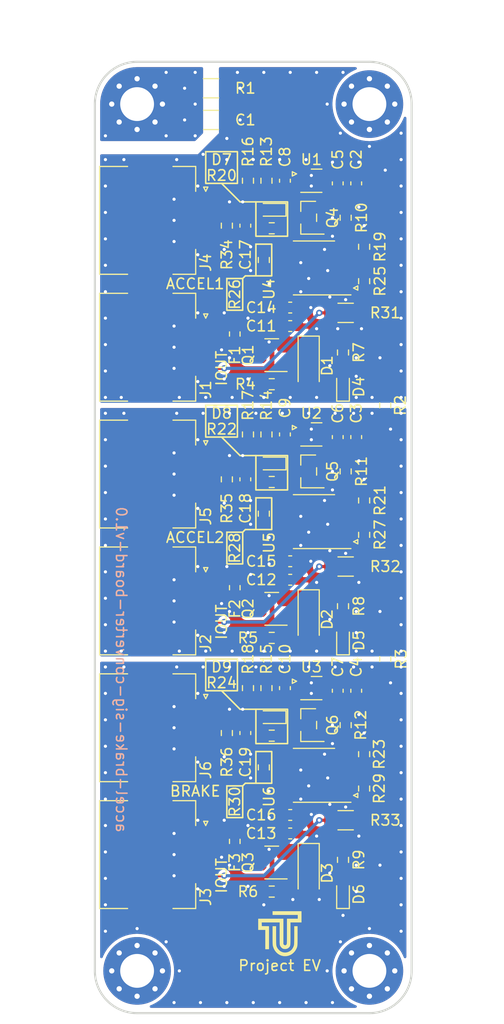
<source format=kicad_pcb>
(kicad_pcb (version 20240108) (generator "pcbnew") (generator_version "8.0")
  (layers (0 "F.Cu" signal) (31 "B.Cu" signal) (34 "B.Paste" user) (35 "F.Paste" user) (36 "B.SilkS" user "B.Silkscreen") (37 "F.SilkS" user "F.Silkscreen") (38 "B.Mask" user) (39 "F.Mask" user) (44 "Edge.Cuts" user))
  (net 0 "")
  (net 1 "GND1")
  (net 2 "Chassis")
  (net 3 "+12V1")
  (net 4 "+12V2")
  (net 5 "GND2")
  (net 6 "+12V3")
  (net 7 "GND3")
  (net 8 "VCC1")
  (net 9 "VCC2")
  (net 10 "VCC3")
  (net 11 "ACCEL1_SIG_IN_V")
  (net 12 "ACCEL2_SIG_IN_V")
  (net 13 "BRAKE_SIG_IN_V")
  (net 14 "Net-(D1-A)")
  (net 15 "Net-(D2-A)")
  (net 16 "Net-(D3-A)")
  (net 17 "Net-(D4-A)")
  (net 18 "Net-(D5-A)")
  (net 19 "Net-(D6-A)")
  (net 20 "Net-(D7-K)")
  (net 21 "Net-(D7-A)")
  (net 22 "Net-(D8-A)")
  (net 23 "Net-(D8-K)")
  (net 24 "Net-(D9-K)")
  (net 25 "Net-(D9-A)")
  (net 26 "Net-(Q1-D)")
  (net 27 "Net-(J1-Pin_1)")
  (net 28 "Net-(J2-Pin_1)")
  (net 29 "Net-(Q2-D)")
  (net 30 "Net-(Q3-D)")
  (net 31 "Net-(J3-Pin_1)")
  (net 59 "ACCEL1_SIG_OUT_I")
  (net 60 "ACCEL2_SIG_OUT_I")
  (net 61 "BRAKE_SIG_OUT_I")
  (net 62 "Net-(Q4-G)")
  (net 63 "Net-(Q5-G)")
  (net 64 "Net-(Q6-G)")
  (net 65 "Net-(U1-PG)")
  (net 66 "Net-(U2-PG)")
  (net 67 "Net-(U3-PG)")
  (net 68 "Net-(U4A--)")
  (net 69 "Net-(U4A-+)")
  (net 70 "Net-(U5A--)")
  (net 71 "Net-(U5A-+)")
  (net 72 "Net-(U6A--)")
  (net 73 "Net-(U6A-+)")
  (net 74 "Net-(R25-Pad2)")
  (net 75 "Net-(U4B--)")
  (net 76 "Net-(R27-Pad2)")
  (net 77 "Net-(U5B--)")
  (net 78 "Net-(R29-Pad2)")
  (net 79 "Net-(U6B--)")
  (footprint "ProjectEV_Opamp:NCV20072DR2G" (layer "F.Cu") (at 20.75 19.5 90)
    (property "Reference" "U4")
    (property "Value" "NCV20072DR2G")
  )
  (footprint "ProjectEV_Mechanical:MountingHole_3.2mm_M3_Pad_Via" (layer "F.Cu") (at 4 86)
    (property "Reference" "H2" (hide yes))
    (property "Value" "MountingHole_3.2mm_M3_Pad_Via")
  )
  (footprint "ProjectEV_Capacitor:C_1608M" (layer "F.Cu") (at 14.25 63.5 90)
    (property "Reference" "C19")
    (property "Value" "10n")
  )
  (footprint "ProjectEV_Transistor:2N7002K-AU_R1_000A2" (layer "F.Cu") (at 20.25 38.75 180)
    (property "Reference" "Q5")
    (property "Value" "2N7002K-AU_R1_000A2")
  )
  (footprint "ProjectEV_Capacitor:C_1608M" (layer "F.Cu") (at 18.5 71.25)
    (property "Reference" "C16")
    (property "Value" "0.1u")
  )
  (footprint "ProjectEV_Resistor:R_1608M" (layer "F.Cu") (at 16 66.75 -90)
    (property "Reference" "R30")
    (property "Value" "100k")
  )
  (footprint "ProjectEV_LED:B1911PG--20D000514U1930" (layer "F.Cu") (at 23.5 54.75 90)
    (property "Reference" "D5")
    (property "Value" "B1911PG--20D000514U1930")
  )
  (footprint "ProjectEV_Resistor:RT1206BRC07250RL" (layer "F.Cu") (at 23.75 71.75 180)
    (property "Reference" "R33")
    (property "Value" "RT1206BRC07250RL")
  )
  (footprint "ProjectEV_RegulatorLinear:NCV8711BMTW500TBG" (layer "F.Cu") (at 20.5 11.25)
    (property "Reference" "U1")
    (property "Value" "NCV8711BMTW500TBG")
  )
  (footprint "ProjectEV_LED:B1911PG--20D000514U1930" (layer "F.Cu") (at 23.5 30.75 90)
    (property "Reference" "D4")
    (property "Value" "B1911PG--20D000514U1930")
  )
  (footprint "ProjectEV_Capacitor:C_1608M" (layer "F.Cu") (at 18.5 73)
    (property "Reference" "C13")
    (property "Value" "1u")
  )
  (footprint "ProjectEV_Resistor:R_1608M" (layer "F.Cu") (at 23.5 51.5 -90)
    (property "Reference" "R8")
    (property "Value" "10k")
  )
  (footprint "ProjectEV_Transistor:DMP3098LQ-7" (layer "F.Cu") (at 16.75 51.75 90)
    (property "Reference" "Q2")
    (property "Value" "DMP3098LQ-7")
  )
  (footprint "ProjectEV_Capacitor:C_1608M" (layer "F.Cu") (at 18.5 23.25)
    (property "Reference" "C14")
    (property "Value" "0.1u")
  )
  (footprint "ProjectEV_Diode:PZ1AH11B-AU_R1_000A1" (layer "F.Cu") (at 20.25 52.75 -90)
    (property "Reference" "D2")
    (property "Value" "PZ1AH11B-AU_R1_000A1")
  )
  (footprint "ProjectEV_Connector_JST:SM03B-PASS-TBT" (layer "F.Cu") (at 5 15 90)
    (property "Reference" "J4")
    (property "Value" "SM03B-PASS-TBT")
  )
  (footprint "ProjectEV_Connector_JST:SM03B-PASS-TBT" (layer "F.Cu") (at 5 63 90)
    (property "Reference" "J6")
    (property "Value" "SM03B-PASS-TBT")
  )
  (footprint "ProjectEV_LED:B1911PG--20D000514U1930" (layer "F.Cu") (at 16.75 14 180)
    (property "Reference" "D7")
    (property "Value" "B1911PG--20D000514U1930")
  )
  (footprint "ProjectEV_Resistor:R_1608M" (layer "F.Cu") (at 25.5 20.75 -90)
    (property "Reference" "R25")
    (property "Value" "10k")
  )
  (footprint "ProjectEV_Fuse:0ABB-1000-TM" (layer "F.Cu") (at 13.25 25.75 -90)
    (property "Reference" "F1")
    (property "Value" "0ABB-1000-TM")
  )
  (footprint "ProjectEV_Capacitor:C_1608M" (layer "F.Cu") (at 18 59.25 -90)
    (property "Reference" "C10")
    (property "Value" "1u")
  )
  (footprint "ProjectEV_Transistor:DMP3098LQ-7" (layer "F.Cu") (at 16.75 75.75 90)
    (property "Reference" "Q3")
    (property "Value" "DMP3098LQ-7")
  )
  (footprint "ProjectEV_Transistor:DMP3098LQ-7" (layer "F.Cu") (at 16.75 27.75 90)
    (property "Reference" "Q1")
    (property "Value" "DMP3098LQ-7")
  )
  (footprint "ProjectEV_Resistor:R_1608M" (layer "F.Cu") (at 23.5 27.5 -90)
    (property "Reference" "R7")
    (property "Value" "10k")
  )
  (footprint "ProjectEV_Capacitor:C_1608M" (layer "F.Cu") (at 14.25 39.5 90)
    (property "Reference" "C18")
    (property "Value" "10n")
  )
  (footprint "ProjectEV_Connector_JST:SM03B-PASS-TBT" (layer "F.Cu") (at 5 75 90)
    (property "Reference" "J3")
    (property "Value" "SM03B-PASS-TBT")
  )
  (footprint "ProjectEV_Opamp:NCV20072DR2G" (layer "F.Cu") (at 20.75 43.5 90)
    (property "Reference" "U5")
    (property "Value" "NCV20072DR2G")
  )
  (footprint "ProjectEV_Resistor:R_1608M" (layer "F.Cu") (at 12.5 15.5 90)
    (property "Reference" "R34")
    (property "Value" "100k")
  )
  (footprint "ProjectEV_Resistor:R_1608M" (layer "F.Cu") (at 16.75 54.5 180)
    (property "Reference" "R5")
    (property "Value" "100k")
  )
  (footprint "ProjectEV_Resistor:R_1608M" (layer "F.Cu") (at 27.5 56.5 -90)
    (property "Reference" "R3")
    (property "Value" "0")
  )
  (footprint "ProjectEV_Resistor:R_1608M" (layer "F.Cu") (at 14.5 11.25 -90)
    (property "Reference" "R16")
    (property "Value" "3.3k")
  )
  (footprint "ProjectEV_Resistor:R_1608M" (layer "F.Cu") (at 16.75 15.75)
    (property "Reference" "R20")
    (property "Value" "100k")
  )
  (footprint "ProjectEV_Logo:TUT_8x7.5mm" (layer "F.Cu") (at 17.5 82.5)
    (property "Reference" "G***" (hide yes))
    (property "Value" "LOGO" (hide yes))
  )
  (footprint "ProjectEV_Resistor:R_1608M" (layer "F.Cu") (at 16.75 78.5 180)
    (property "Reference" "R6")
    (property "Value" "100k")
  )
  (footprint "ProjectEV_Fuse:0ABB-1000-TM" (layer "F.Cu") (at 13.25 73.75 -90)
    (property "Reference" "F3")
    (property "Value" "0ABB-1000-TM")
  )
  (footprint "ProjectEV_Resistor:R_1608M" (layer "F.Cu") (at 25.5 65.5 -90)
    (property "Reference" "R23")
    (property "Value" "10k")
  )
  (footprint "ProjectEV_LED:B1911PG--20D000514U1930" (layer "F.Cu") (at 16.75 38 180)
    (property "Reference" "D8")
    (property "Value" "B1911PG--20D000514U1930")
  )
  (footprint "ProjectEV_Connector_JST:SM03B-PASS-TBT" (layer "F.Cu") (at 5 51 90)
    (property "Reference" "J2")
    (property "Value" "SM03B-PASS-TBT")
  )
  (footprint "ProjectEV_Capacitor:C_1608M" (layer "F.Cu") (at 18 11.25 -90)
    (property "Reference" "C8")
    (property "Value" "1u")
  )
  (footprint "ProjectEV_Capacitor:C_1608M" (layer "F.Cu") (at 18 35.25 -90)
    (property "Reference" "C9")
    (property "Value" "1u")
  )
  (footprint "ProjectEV_Resistor:R_1608M" (layer "F.Cu") (at 23.75 62.75 -90)
    (property "Reference" "R12")
    (property "Value" "100")
  )
  (footprint "ProjectEV_Connector_JST:SM03B-PASS-TBT" (layer "F.Cu") (at 5 27 90)
    (property "Reference" "J1")
    (property "Value" "SM03B-PASS-TBT")
  )
  (footprint "ProjectEV_Mechanical:MountingHole_3.2mm_M3_Pad_Via" (layer "F.Cu") (at 26 4)
    (property "Reference" "H3" (hide yes))
    (property "Value" "MountingHole_3.2mm_M3_Pad_Via")
  )
  (footprint "ProjectEV_LED:B1911PG--20D000514U1930" (layer "F.Cu") (at 16.75 62 180)
    (property "Reference" "D9")
    (property "Value" "B1911PG--20D000514U1930")
  )
  (footprint "ProjectEV_Resistor:R_1608M" (layer "F.Cu") (at 27.5 32.5 -90)
    (property "Reference" "R2")
    (property "Value" "0")
  )
  (footprint "ProjectEV_Transistor:2N7002K-AU_R1_000A2" (layer "F.Cu") (at 20.25 62.75 180)
    (property "Reference" "Q6")
    (property "Value" "2N7002K-AU_R1_000A2")
  )
  (footprint "ProjectEV_Capacitor:C_1608M" (layer "F.Cu") (at 24.75 11.5 -90)
    (property "Reference" "C2")
    (property "Value" "1u")
  )
  (footprint "ProjectEV_Resistor:R_1608M" (layer "F.Cu") (at 16 18.75 -90)
    (property "Reference" "R26")
    (property "Value" "100k")
  )
  (footprint "ProjectEV_LED:B1911PG--20D000514U1930" (layer "F.Cu") (at 23.5 78.75 90)
    (property "Reference" "D6")
    (property "Value" "B1911PG--20D000514U1930")
  )
  (footprint "ProjectEV_Fuse:0ABB-1000-TM" (layer "F.Cu") (at 13.25 49.75 -90)
    (property "Reference" "F2")
    (property "Value" "0ABB-1000-TM")
  )
  (footprint "ProjectEV_Capacitor:C_1608M" (layer "F.Cu") (at 23 11.5 -90)
    (property "Reference" "C5")
    (property "Value" "1u")
  )
  (footprint "ProjectEV_Resistor:R_1608M" (layer "F.Cu") (at 16.75 39.75)
    (property "Reference" "R22")
    (property "Value" "100k")
  )
  (footprint "ProjectEV_Resistor:R_3216M" (layer "F.Cu") (at 11 2.5)
    (property "Reference" "R1")
    (property "Value" "1M")
  )
  (footprint "ProjectEV_Resistor:R_1608M" (layer "F.Cu") (at 16.25 35.25 -90)
    (property "Reference" "R14")
    (property "Value" "100k")
  )
  (footprint "ProjectEV_Resistor:R_1608M" (layer "F.Cu") (at 14.5 35.25 -90)
    (property "Reference" "R17")
    (property "Value" "3.3k")
  )
  (footprint "ProjectEV_Connector_JST:SM03B-PASS-TBT" (layer "F.Cu") (at 5 39 90)
    (property "Reference" "J5")
    (property "Value" "SM03B-PASS-TBT")
  )
  (footprint "ProjectEV_Capacitor:C_1608M" (layer "F.Cu") (at 14.25 15.5 90)
    (property "Reference" "C17")
    (property "Value" "10n")
  )
  (footprint "ProjectEV_Resistor:R_1608M" (layer "F.Cu") (at 16.25 11.25 -90)
    (property "Reference" "R13")
    (property "Value" "100k")
  )
  (footprint "ProjectEV_Resistor:R_1608M" (layer "F.Cu") (at 25.5 68.75 -90)
    (property "Reference" "R29")
    (property "Value" "10k")
  )
  (footprint "ProjectEV_Resistor:R_1608M" (layer "F.Cu") (at 16.75 30.5 180)
    (property "Reference" "R4")
    (property "Value" "100k")
  )
  (footprint "ProjectEV_Resistor:R_1608M" (layer "F.Cu") (at 23.75 14.75 -90)
    (property "Reference" "R10")
    (property "Value" "100")
  )
  (footprint "ProjectEV_Resistor:RT1206BRC07250RL" (layer "F.Cu") (at 23.75 23.75 180)
    (property "Reference" "R31")
    (property "Value" "RT1206BRC07250RL")
  )
  (footprint "ProjectEV_Resistor:R_1608M" (layer "F.Cu") (at 25.5 41.5 -90)
    (property "Reference" "R21")
    (property "Value" "10k")
  )
  (footprint "ProjectEV_Transistor:2N7002K-AU_R1_000A2" (layer "F.Cu") (at 20.25 14.75 180)
    (property "Reference" "Q4")
    (property "Value" "2N7002K-AU_R1_000A2")
  )
  (footprint "ProjectEV_Diode:PZ1AH11B-AU_R1_000A1" (layer "F.Cu") (at 20.25 76.75 -90)
    (property "Reference" "D3")
    (property "Value" "PZ1AH11B-AU_R1_000A1")
  )
  (footprint "ProjectEV_Capacitor:C_3216M" (layer "F.Cu") (at 11 5.5)
    (property "Reference" "C1")
    (property "Value" "1000p")
  )
  (footprint "ProjectEV_Resistor:R_1608M" (layer "F.Cu") (at 16.25 59.25 -90)
    (property "Reference" "R15")
    (property "Value" "100k")
  )
  (footprint "ProjectEV_Diode:PZ1AH11B-AU_R1_000A1" (layer "F.Cu") (at 20.25 28.75 -90)
    (property "Reference" "D1")
    (property "Value" "PZ1AH11B-AU_R1_000A1")
  )
  (footprint "ProjectEV_Capacitor:C_1608M" (layer "F.Cu") (at 24.75 59.5 -90)
    (property "Reference" "C4")
    (property "Value" "1u")
  )
  (footprint "ProjectEV_Capacitor:C_1608M" (layer "F.Cu") (at 18.5 25)
    (property "Reference" "C11")
    (property "Value" "1u")
  )
  (footprint "ProjectEV_Resistor:R_1608M" (layer "F.Cu") (at 23.5 75.5 -90)
    (property "Reference" "R9")
    (property "Value" "10k")
  )
  (footprint "ProjectEV_Mechanical:MountingHole_3.2mm_M3_Pad_Via" (layer "F.Cu") (at 26 86)
    (property "Reference" "H4" (hide yes))
    (property "Value" "MountingHole_3.2mm_M3_Pad_Via")
  )
  (footprint "ProjectEV_Capacitor:C_1608M" (layer "F.Cu") (at 24.75 35.5 -90)
    (property "Reference" "C3")
    (property "Value" "1u")
  )
  (footprint "ProjectEV_Resistor:R_1608M" (layer "F.Cu") (at 25.5 44.75 -90)
    (property "Reference" "R27")
    (property "Value" "10k")
  )
  (footprint "ProjectEV_Capacitor:C_1608M" (layer "F.Cu") (at 23 59.5 -90)
    (property "Reference" "C7")
    (property "Value" "1u")
  )
  (footprint "ProjectEV_Resistor:R_1608M" (layer "F.Cu") (at 12.5 63.5 90)
    (property "Reference" "R36")
    (property "Value" "100k")
  )
  (footprint "ProjectEV_Opamp:NCV20072DR2G" (layer "F.Cu") (at 20.75 67.5 90)
    (property "Reference" "U6")
    (property "Value" "NCV20072DR2G")
  )
  (footprint "ProjectEV_Resistor:R_1608M" (layer "F.Cu") (at 16.75 63.75)
    (property "Reference" "R24")
    (property "Value" "100k")
  )
  (footprint "ProjectEV_Resistor:R_1608M" (layer "F.Cu") (at 12.5 39.5 90)
    (property "Reference" "R35")
    (property "Value" "100k")
  )
  (footprint "ProjectEV_Capacitor:C_1608M" (layer "F.Cu") (at 23 35.5 -90)
    (property "Reference" "C6")
    (property "Value" "1u")
  )
  (footprint "ProjectEV_Resistor:R_1608M" (layer "F.Cu") (at 16 42.75 -90)
    (property "Reference" "R28")
    (property "Value" "100k")
  )
  (footprint "ProjectEV_Mechanical:MountingHole_3.2mm_M3_Pad_Via" (layer "F.Cu") (at 4 4)
    (property "Reference" "H1" (hide yes))
    (property "Value" "MountingHole_3.2mm_M3_Pad_Via")
  )
  (footprint "ProjectEV_RegulatorLinear:NCV8711BMTW500TBG" (layer "F.Cu") (at 20.5 35.25)
    (property "Reference" "U2")
    (property "Value" "NCV8711BMTW500TBG")
  )
  (footprint "ProjectEV_Capacitor:C_1608M" (layer "F.Cu") (at 18.5 49)
    (property "Reference" "C12")
    (property "Value" "1u")
  )
  (footprint "ProjectEV_Resistor:R_1608M" (layer "F.Cu") (at 14.5 59.25 -90)
    (property "Reference" "R18")
    (property "Value" "3.3k")
  )
  (footprint "ProjectEV_Resistor:R_1608M" (layer "F.Cu") (at 23.75 38.75 -90)
    (property "Reference" "R11")
    (property "Value" "100")
  )
  (footprint "ProjectEV_Capacitor:C_1608M" (layer "F.Cu") (at 18.5 47.25)
    (property "Reference" "C15")
    (property "Value" "0.1u")
  )
  (footprint "ProjectEV_RegulatorLinear:NCV8711BMTW500TBG" (layer "F.Cu") (at 20.5 59.25)
    (property "Reference" "U3")
    (property "Value" "NCV8711BMTW500TBG")
  )
  (footprint "ProjectEV_Resistor:R_1608M" (layer "F.Cu") (at 25.5 17.5 -90)
    (property "Reference" "R19")
    (property "Value" "10k")
  )
  (footprint "ProjectEV_Resistor:RT1206BRC07250RL" (layer "F.Cu") (at 23.75 47.75 180)
    (property "Reference" "R32")
    (property "Value" "RT1206BRC07250RL")
  )
  (gr_line (start 13.75 61.25) (end 15.25 61.25) (stroke (width 0.15)) (layer "F.SilkS"))
  (gr_rect (start 10.5 56.5) (end 13.5 59.5) (stroke (width 0.15)) (fill none) (layer "F.SilkS"))
  (gr_line (start 14.25 44.25) (end 15.25 44.25) (stroke (width 0.15)) (layer "F.SilkS"))
  (gr_line (start 12 11.5) (end 13.75 13.25) (stroke (width 0.15)) (layer "F.SilkS"))
  (gr_rect (start 12.5 68.5) (end 14 71.5) (stroke (width 0.15)) (fill none) (layer "F.SilkS"))
  (gr_rect (start 15.25 37.25) (end 18.25 40.5) (stroke (width 0.15)) (fill none) (layer "F.SilkS"))
  (gr_line (start 13.75 13.25) (end 15.25 13.25) (stroke (width 0.15)) (layer "F.SilkS"))
  (gr_rect (start 15.25 65.25) (end 16.75 68.25) (stroke (width 0.15)) (fill none) (layer "F.SilkS"))
  (gr_rect (start 10.5 32.5) (end 13.5 35.5) (stroke (width 0.15)) (fill none) (layer "F.SilkS"))
  (gr_rect (start 15.25 61.25) (end 18.25 64.5) (stroke (width 0.15)) (fill none) (layer "F.SilkS"))
  (gr_line (start 14.25 20.25) (end 15.25 20.25) (stroke (width 0.15)) (layer "F.SilkS"))
  (gr_rect (start 15.25 13.25) (end 18.25 16.5) (stroke (width 0.15)) (fill none) (layer "F.SilkS"))
  (gr_line (start 14 68.5) (end 14.25 68.25) (stroke (width 0.15)) (layer "F.SilkS"))
  (gr_rect (start 12.5 44.5) (end 14 47.5) (stroke (width 0.15)) (fill none) (layer "F.SilkS"))
  (gr_rect (start 15.25 17.25) (end 16.75 20.25) (stroke (width 0.15)) (fill none) (layer "F.SilkS"))
  (gr_line (start 12 35.5) (end 13.75 37.25) (stroke (width 0.15)) (layer "F.SilkS"))
  (gr_line (start 12 59.5) (end 13.75 61.25) (stroke (width 0.15)) (layer "F.SilkS"))
  (gr_rect (start 10.5 8.5) (end 13.5 11.5) (stroke (width 0.15)) (fill none) (layer "F.SilkS"))
  (gr_line (start 14 20.5) (end 14.25 20.25) (stroke (width 0.15)) (layer "F.SilkS"))
  (gr_line (start 13.75 37.25) (end 15.25 37.25) (stroke (width 0.15)) (layer "F.SilkS"))
  (gr_rect (start 15.25 41.25) (end 16.75 44.25) (stroke (width 0.15)) (fill none) (layer "F.SilkS"))
  (gr_line (start 14.25 68.25) (end 15.25 68.25) (stroke (width 0.15)) (layer "F.SilkS"))
  (gr_rect (start 12.5 20.5) (end 14 23.5) (stroke (width 0.15)) (fill none) (layer "F.SilkS"))
  (gr_line (start 14 44.5) (end 14.25 44.25) (stroke (width 0.15)) (layer "F.SilkS"))
  (gr_line (start 0 86) (end 0 4) (stroke (width 0.2)) (layer "Edge.Cuts"))
  (gr_arc (start 26 0) (mid 28.828427 1.171573) (end 30 4) (stroke (width 0.2)) (layer "Edge.Cuts"))
  (gr_arc (start 30 86) (mid 28.828427 88.828427) (end 26 90) (stroke (width 0.2)) (layer "Edge.Cuts"))
  (gr_arc (start 0 4) (mid 1.171573 1.171573) (end 4 0) (stroke (width 0.2)) (layer "Edge.Cuts"))
  (gr_line (start 26 90) (end 4 90) (stroke (width 0.2)) (layer "Edge.Cuts"))
  (gr_arc (start 4 90) (mid 1.171573 88.828427) (end 0 86) (stroke (width 0.2)) (layer "Edge.Cuts"))
  (gr_line (start 4 0) (end 26 0) (stroke (width 0.2)) (layer "Edge.Cuts"))
  (gr_line (start 30 4) (end 30 86) (stroke (width 0.2)) (layer "Edge.Cuts"))
  (gr_text "accel-brake-sig-converter-board-v1.0" (at 2.5 57.5 -90) (layer "B.SilkS") (effects (font (size 1 1)) (justify mirror)))
  (gr_text "IOUT" (at 12 77 90) (layer "F.SilkS") (effects (font (size 1 1))))
  (gr_text "IOUT" (at 12 29 90) (layer "F.SilkS") (effects (font (size 1 1))))
  (gr_text "Project EV" (at 17.5 85.5 0) (layer "F.SilkS") (effects (font (size 1 1))))
  (gr_text "ACCEL1" (at 9.5 21 0) (layer "F.SilkS") (effects (font (size 1 1))))
  (gr_text "BRAKE" (at 9.5 69 0) (layer "F.SilkS") (effects (font (size 1 1))))
  (gr_text "IOUT" (at 12 53 90) (layer "F.SilkS") (effects (font (size 1 1))))
  (gr_text "ACCEL2" (at 9.5 45 0) (layer "F.SilkS") (effects (font (size 1 1))))
  (segment (start 12.175 15) (end 12.5 14.675) (width 0.5) (layer "F.Cu") (net 1))
  (segment (start 9.7 15) (end 12.175 15) (width 0.5) (layer "F.Cu") (net 1))
  (via (at 18.5 31.75) (size 0.6) (drill 0.3) (layers "F.Cu" "B.Cu") (net 1))
  (via (at 1 26.75) (size 0.6) (drill 0.3) (layers "F.Cu" "B.Cu") (net 1))
  (via (at 12.75 13.25) (size 0.6) (drill 0.3) (layers "F.Cu" "B.Cu") (net 1))
  (via (at 27.5 10.25) (size 0.6) (drill 0.3) (layers "F.Cu" "B.Cu") (net 1))
  (via (at 17.5 9.25) (size 0.6) (drill 0.3) (layers "F.Cu" "B.Cu") (net 1))
  (via (at 29 9.25) (size 0.6) (drill 0.3) (layers "F.Cu" "B.Cu") (net 1))
  (via (at 16.5 26.5) (size 0.6) (drill 0.3) (layers "F.Cu" "B.Cu") (net 1))
  (via (at 15 9.25) (size 0.6) (drill 0.3) (layers "F.Cu" "B.Cu") (net 1))
  (via (at 29 11.75) (size 0.6) (drill 0.3) (layers "F.Cu" "B.Cu") (net 1))
  (via (at 25 9.5) (size 0.6) (drill 0.3) (layers "F.Cu" "B.Cu") (net 1))
  (via (at 7.5 17) (size 0.6) (drill 0.3) (layers "F.Cu" "B.Cu") (net 1))
  (via (at 21 31.75) (size 0.6) (drill 0.3) (layers "F.Cu" "B.Cu") (net 1))
  (via (at 13.5 1) (size 0.6) (drill 0.3) (layers "F.Cu" "B.Cu") (net 1))
  (via (at 22.05 19.75) (size 0.6) (drill 0.3) (layers "F.Cu" "B.Cu") (net 1))
  (via (at 22.5 14.75) (size 0.6) (drill 0.3) (layers "F.Cu" "B.Cu") (net 1))
  (via (at 29 19.25) (size 0.6) (drill 0.3) (layers "F.Cu" "B.Cu") (net 1))
  (via (at 8 31.75) (size 0.6) (drill 0.3) (layers "F.Cu" "B.Cu") (net 1))
  (via (at 19.5 19) (size 0.6) (drill 0.3) (layers "F.Cu" "B.Cu") (net 1))
  (via (at 13 31.75) (size 0.6) (drill 0.3) (layers "F.Cu" "B.Cu") (net 1))
  (via (at 12.25 30) (size 0.6) (drill 0.3) (layers "F.Cu" "B.Cu") (net 1))
  (via (at 16 1) (size 0.6) (drill 0.3) (layers "F.Cu" "B.Cu") (net 1))
  (via (at 12.25 23.75) (size 0.6) (drill 0.3) (layers "F.Cu" "B.Cu") (net 1))
  (via (at 14.75 19.75) (size 0.6) (drill 0.3) (layers "F.Cu" "B.Cu") (net 1))
  (via (at 22.5 9.5) (size 0.6) (drill 0.3) (layers "F.Cu" "B.Cu") (net 1))
  (via (at 20.5 11.75) (size 0.6) (drill 0.3) (layers "F.Cu" "B.Cu") (net 1))
  (via (at 20.45 23.25) (size 0.6) (drill 0.3) (layers "F.Cu" "B.Cu") (net 1))
  (via (at 1 21.75) (size 0.6) (drill 0.3) (layers "F.Cu" "B.Cu") (net 1))
  (via (at 22 4) (size 0.6) (drill 0.3) (layers "F.Cu" "B.Cu") (net 1))
  (via (at 20.25 20.5) (size 0.6) (drill 0.3) (layers "F.Cu" "B.Cu") (net 1))
  (via (at 23.5 1) (size 0.6) (drill 0.3) (layers "F.Cu" "B.Cu") (net 1))
  (via (at 29 21.75) (size 0.6) (drill 0.3) (layers "F.Cu" "B.Cu") (net 1))
  (via (at 29 29.25) (size 0.6) (drill 0.3) (layers "F.Cu" "B.Cu") (net 1))
  (via (at 13.75 5.5) (size 0.6) (drill 0.3) (layers "F.Cu" "B.Cu") (net 1))
  (via (at 21.75 17.75) (size 0.6) (drill 0.3) (layers "F.Cu" "B.Cu") (net 1))
  (via (at 20.5 10.75) (size 0.6) (drill 0.3) (layers "F.Cu" "B.Cu") (net 1))
  (via (at 23.25 6.75) (size 0.6) (drill 0.3) (layers "F.Cu" "B.Cu") (net 1))
  (via (at 24.75 28) (size 0.6) (drill 0.3) (layers "F.Cu" "B.Cu") (net 1))
  (via (at 22.5 16.5) (size 0.6) (drill 0.3) (layers "F.Cu" "B.Cu") (net 1))
  (via (at 9.75 11.75) (size 0.6) (drill 0.3) (layers "F.Cu" "B.Cu") (net 1))
  (via (at 12.5 9.25) (size 0.6) (drill 0.3) (layers "F.Cu" "B.Cu") (net 1))
  (via (at 7.75 9.25) (size 0.6) (drill 0.3) (layers "F.Cu" "B.Cu") (net 1))
  (via (at 1 9.25) (size 0.6) (drill 0.3) (layers "F.Cu" "B.Cu") (net 1))
  (via (at 9.75 30.25) (size 0.6) (drill 0.3) (layers "F.Cu" "B.Cu") (net 1))
  (via (at 25.5 15.5) (size 0.6) (drill 0.3) (layers "F.Cu" "B.Cu") (net 1))
  (via (at 10.25 8.75) (size 0.6) (drill 0.3) (layers "F.Cu" "B.Cu") (net 1))
  (via (at 7.5 13) (size 0.6) (drill 0.3) (layers "F.Cu" "B.Cu") (net 1))
  (via (at 1 11.75) (size 0.6) (drill 0.3) (layers "F.Cu" "B.Cu") (net 1))
  (via (at 22.25 28.75) (size 0.6) (drill 0.3) (layers "F.Cu" "B.Cu") (net 1))
  (via (at 29 26.75) (size 0.6) (drill 0.3) (layers "F.Cu" "B.Cu") (net 1))
  (via (at 12 27.25) (size 0.6) (drill 0.3) (layers "F.Cu" "B.Cu") (net 1))
  (via (at 22.25 22.25) (size 0.6) (drill 0.3) (layers "F.Cu" "B.Cu") (net 1))
  (via (at 13.75 2.5) (size 0.6) (drill 0.3) (layers "F.Cu" "B.Cu") (net 1))
  (via (at 24.75 31.75) (size 0.6) (drill 0.3) (layers "F.Cu" "B.Cu") (net 1))
  (via (at 2.5 31.75) (size 0.6) (drill 0.3) (layers "F.Cu" "B.Cu") (net 1))
  (via (at 2.75 9.25) (size 0.6) (drill 0.3) (layers "F.Cu" "B.Cu") (net 1))
  (via (at 29 16.75) (size 0.6) (drill 0.3) (layers "F.Cu" "B.Cu") (net 1))
  (via (at 19.5 21.75) (size 0.6) (drill 0.3) (layers "F.Cu" "B.Cu") (net 1))
  (via (at 1 16.75) (size 0.6) (drill 0.3) (layers "F.Cu" "B.Cu") (net 1))
  (via (at 1 14.25) (size 0.6) (drill 0.3) (layers "F.Cu" "B.Cu") (net 1))
  (via (at 29 14.25) (size 0.6) (drill 0.3) (layers "F.Cu" "B.Cu") (net 1))
  (via (at 12.5 7.25) (size 0.6) (drill 0.3) (layers "F.Cu" "B.Cu") (net 1))
  (via (at 14.5 24.25) (size 0.6) (drill 0.3) (layers "F.Cu" "B.Cu") (net 1))
  (via (at 29 6.75) (size 0.6) (drill 0.3) (layers "F.Cu" "B.Cu") (net 1))
  (via (at 14.75 17.5) (size 0.6) (drill 0.3) (layers "F.Cu" "B.Cu") (net 1))
  (via (at 27 28) (size 0.6) (drill 0.3) (layers "F.Cu" "B.Cu") (net 1))
  (via (at 1 29.25) (size 0.6) (drill 0.3) (layers "F.Cu" "B.Cu") (net 1))
  (via (at 12.75 28) (size 0.6) (drill 0.3) (layers "F.Cu" "B.Cu") (net 1))
  (via (at 23.75 22.5) (size 0.6) (drill 0.3) (layers "F.Cu" "B.Cu") (net 1))
  (via (at 29 31.75) (size 0.6) (drill 0.3) (layers "F.Cu" "B.Cu") (net 1))
  (via (at 21 25.25) (size 0.6) (drill 0.3) (layers "F.Cu" "B.Cu") (net 1))
  (via (at 29 24.25) (size 0.6) (drill 0.3) (layers "F.Cu" "B.Cu") (net 1))
  (via (at 7.5 27) (size 0.6) (drill 0.3) (layers "F.Cu" "B.Cu") (net 1))
  (via (at 26.25 31.75) (size 0.6) (drill 0.3) (layers "F.Cu" "B.Cu") (net 1))
  (via (at 16.5 23.5) (size 0.6) (drill 0.3) (layers "F.Cu" "B.Cu") (net 1))
  (via (at 9.75 18.25) (size 0.6) (drill 0.3) (layers "F.Cu" "B.Cu") (net 1))
  (via (at 14.5 30) (size 0.6) (drill 0.3) (layers "F.Cu" "B.Cu") (net 1))
  (via (at 25.25 25.25) (size 0.6) (drill 0.3) (layers "F.Cu" "B.Cu") (net 1))
  (via (at 24.75 29.75) (size 0.6) (drill 0.3) (layers "F.Cu" "B.Cu") (net 1))
  (via (at 16.5 21) (size 0.6) (drill 0.3) (layers "F.Cu" "B.Cu") (net 1))
  (via (at 1 19.25) (size 0.6) (drill 0.3) (layers "F.Cu" "B.Cu") (net 1))
  (via (at 12.25 17.75) (size 0.6) (drill 0.3) (layers "F.Cu" "B.Cu") (net 1))
  (via (at 7.5 29) (size 0.6) (drill 0.3) (layers "F.Cu" "B.Cu") (net 1))
  (via (at 16 31.75) (size 0.6) (drill 0.3) (layers "F.Cu" "B.Cu") (net 1))
  (via (at 1 24.25) (size 0.6) (drill 0.3) (layers "F.Cu" "B.Cu") (net 1))
  (via (at 7.5 15) (size 0.6) (drill 0.3) (layers "F.Cu" "B.Cu") (net 1))
  (via (at 21 1) (size 0.6) (drill 0.3) (layers "F.Cu" "B.Cu") (net 1))
  (via (at 10.5 31.75) (size 0.6) (drill 0.3) (layers "F.Cu" "B.Cu") (net 1))
  (via (at 18.5 1) (size 0.6) (drill 0.3) (layers "F.Cu" "B.Cu") (net 1))
  (via (at 25 13.75) (size 0.6) (drill 0.3) (layers "F.Cu" "B.Cu") (net 1))
  (via (at 7.5 25) (size 0.6) (drill 0.3) (layers "F.Cu" "B.Cu") (net 1))
  (via (at 23 25.25) (size 0.6) (drill 0.3) (layers "F.Cu" "B.Cu") (net 1))
  (via (at 1 31.75) (size 0.6) (drill 0.3) (layers "F.Cu" "B.Cu") (net 1))
  (via (at 26 8) (size 0.6) (drill 0.3) (layers "F.Cu" "B.Cu") (net 1))
  (via (at 9.75 23.75) (size 0.6) (drill 0.3) (layers "F.Cu" "B.Cu") (net 1))
  (via (at 20 9.25) (size 0.6) (drill 0.3) (layers "F.Cu" "B.Cu") (net 1))
  (via (at 14 13.25) (size 0.6) (drill 0.3) (layers "F.Cu" "B.Cu") (net 1))
  (via (at 9.5 7) (size 0.6) (drill 0.3) (layers "F.Cu" "B.Cu") (net 2))
  (via (at 9.5 1) (size 0.6) (drill 0.3) (layers "F.Cu" "B.Cu") (net 2))
  (via (at 6.75 7) (size 0.6) (drill 0.3) (layers "F.Cu" "B.Cu") (net 2))
  (via (at 8.5 2.5) (size 0.6) (drill 0.3) (layers "F.Cu" "B.Cu") (net 2))
  (via (at 6.75 1) (size 0.6) (drill 0.3) (layers "F.Cu" "B.Cu") (net 2))
  (via (at 9.5 4) (size 0.6) (drill 0.3) (layers "F.Cu" "B.Cu") (net 2))
  (via (at 8.5 5.5) (size 0.6) (drill 0.3) (layers "F.Cu" "B.Cu") (net 2))
  (via (at 1 7) (size 0.6) (drill 0.3) (layers "F.Cu" "B.Cu") (net 2))
  (segment (start 9.7 39) (end 12.175 39) (width 0.5) (layer "F.Cu") (net 5))
  (segment (start 12.175 39) (end 12.5 38.675) (width 0.5) (layer "F.Cu") (net 5))
  (via (at 14.75 43.75) (size 0.6) (drill 0.3) (layers "F.Cu" "B.Cu") (net 5))
  (via (at 12.5 47.75) (size 0.6) (drill 0.3) (layers "F.Cu" "B.Cu") (net 5))
  (via (at 14.75 48.5) (size 0.6) (drill 0.3) (layers "F.Cu" "B.Cu") (net 5))
  (via (at 12 51.25) (size 0.6) (drill 0.3) (layers "F.Cu" "B.Cu") (net 5))
  (via (at 15.25 33.25) (size 0.6) (drill 0.3) (layers "F.Cu" "B.Cu") (net 5))
  (via (at 8 55.75) (size 0.6) (drill 0.3) (layers "F.Cu" "B.Cu") (net 5))
  (via (at 25.5 39.5) (size 0.6) (drill 0.3) (layers "F.Cu" "B.Cu") (net 5))
  (via (at 1 45.75) (size 0.6) (drill 0.3) (layers "F.Cu" "B.Cu") (net 5))
  (via (at 21 55.75) (size 0.6) (drill 0.3) (layers "F.Cu" "B.Cu") (net 5))
  (via (at 19.5 43) (size 0.6) (drill 0.3) (layers "F.Cu" "B.Cu") (net 5))
  (via (at 18.5 55.75) (size 0.6) (drill 0.3) (layers "F.Cu" "B.Cu") (net 5))
  (via (at 1 40.75) (size 0.6) (drill 0.3) (layers "F.Cu" "B.Cu") (net 5))
  (via (at 20.5 34.75) (size 0.6) (drill 0.3) (layers "F.Cu" "B.Cu") (net 5))
  (via (at 26.25 33.25) (size 0.6) (drill 0.3) (layers "F.Cu" "B.Cu") (net 5))
  (via (at 22.75 33.25) (size 0.6) (drill 0.3) (layers "F.Cu" "B.Cu") (net 5))
  (via (at 24.75 55.75) (size 0.6) (drill 0.3) (layers "F.Cu" "B.Cu") (net 5))
  (via (at 7.5 39) (size 0.6) (drill 0.3) (layers "F.Cu" "B.Cu") (net 5))
  (via (at 13 55.75) (size 0.6) (drill 0.3) (layers "F.Cu" "B.Cu") (net 5))
  (via (at 29 53.25) (size 0.6) (drill 0.3) (layers "F.Cu" "B.Cu") (net 5))
  (via (at 2.75 33.25) (size 0.6) (drill 0.3) (layers "F.Cu" "B.Cu") (net 5))
  (via (at 1 43.25) (size 0.6) (drill 0.3) (layers "F.Cu" "B.Cu") (net 5))
  (via (at 20.5 35.75) (size 0.6) (drill 0.3) (layers "F.Cu" "B.Cu") (net 5))
  (via (at 19.5 45.75) (size 0.6) (drill 0.3) (layers "F.Cu" "B.Cu") (net 5))
  (via (at 29 33.25) (size 0.6) (drill 0.3) (layers "F.Cu" "B.Cu") (net 5))
  (via (at 9.75 35.75) (size 0.6) (drill 0.3) (layers "F.Cu" "B.Cu") (net 5))
  (via (at 12.25 54) (size 0.6) (drill 0.3) (layers "F.Cu" "B.Cu") (net 5))
  (via (at 29 43.25) (size 0.6) (drill 0.3) (layers "F.Cu" "B.Cu") (net 5))
  (via (at 1 48.25) (size 0.6) (drill 0.3) (layers "F.Cu" "B.Cu") (net 5))
  (via (at 14.5 54) (size 0.6) (drill 0.3) (layers "F.Cu" "B.Cu") (net 5))
  (via (at 22.25 46.25) (size 0.6) (drill 0.3) (layers "F.Cu" "B.Cu") (net 5))
  (via (at 21.75 41.5) (size 0.6) (drill 0.3) (layers "F.Cu" "B.Cu") (net 5))
  (via (at 16.5 50.5) (size 0.6) (drill 0.3) (layers "F.Cu" "B.Cu") (net 5))
  (via (at 10.5 55.75) (size 0.6) (drill 0.3) (layers "F.Cu" "B.Cu") (net 5))
  (via (at 9.75 47.75) (size 0.6) (drill 0.3) (layers "F.Cu" "B.Cu") (net 5))
  (via (at 12.75 52) (size 0.6) (drill 0.3) (layers "F.Cu" "B.Cu") (net 5))
  (via (at 7.5 41) (size 0.6) (drill 0.3) (layers "F.Cu" "B.Cu") (net 5))
  (via (at 16.5 47.5) (size 0.6) (drill 0.3) (layers "F.Cu" "B.Cu") (net 5))
  (via (at 12.75 33.25) (size 0.6) (drill 0.3) (layers "F.Cu" "B.Cu") (net 5))
  (via (at 1 33.25) (size 0.6) (drill 0.3) (layers "F.Cu" "B.Cu") (net 5))
  (via (at 29 45.75) (size 0.6) (drill 0.3) (layers "F.Cu" "B.Cu") (net 5))
  (via (at 22.05 43.75) (size 0.6) (drill 0.3) (layers "F.Cu" "B.Cu") (net 5))
  (via (at 16.5 45) (size 0.6) (drill 0.3) (layers "F.Cu" "B.Cu") (net 5))
  (via (at 24.5 33.25) (size 0.6) (drill 0.3) (layers "F.Cu" "B.Cu") (net 5))
  (via (at 12.75 37.25) (size 0.6) (drill 0.3) (layers "F.Cu" "B.Cu") (net 5))
  (via (at 25 37.75) (size 0.6) (drill 0.3) (layers "F.Cu" "B.Cu") (net 5))
  (via (at 7.5 51) (size 0.6) (drill 0.3) (layers "F.Cu" "B.Cu") (net 5))
  (via (at 23.75 46.5) (size 0.6) (drill 0.3) (layers "F.Cu" "B.Cu") (net 5))
  (via (at 1 53.25) (size 0.6) (drill 0.3) (layers "F.Cu" "B.Cu") (net 5))
  (via (at 17.75 33.25) (size 0.6) (drill 0.3) (layers "F.Cu" "B.Cu") (net 5))
  (via (at 1 38.25) (size 0.6) (drill 0.3) (layers "F.Cu" "B.Cu") (net 5))
  (via (at 24.75 52) (size 0.6) (drill 0.3) (layers "F.Cu" "B.Cu") (net 5))
  (via (at 20.45 47.25) (size 0.6) (drill 0.3) (layers "F.Cu" "B.Cu") (net 5))
  (via (at 29 40.75) (size 0.6) (drill 0.3) (layers "F.Cu" "B.Cu") (net 5))
  (via (at 9.75 54.25) (size 0.6) (drill 0.3) (layers "F.Cu" "B.Cu") (net 5))
  (via (at 7.75 33.25) (size 0.6) (drill 0.3) (layers "F.Cu" "B.Cu") (net 5))
  (via (at 14.75 41.5) (size 0.6) (drill 0.3) (layers "F.Cu" "B.Cu") (net 5))
  (via (at 10.25 33.25) (size 0.6) (drill 0.3) (layers "F.Cu" "B.Cu") (net 5))
  (via (at 7.5 49) (size 0.6) (drill 0.3) (layers "F.Cu" "B.Cu") (net 5))
  (via (at 1 55.75) (size 0.6) (drill 0.3) (layers "F.Cu" "B.Cu") (net 5))
  (via (at 1 50.75) (size 0.6) (drill 0.3) (layers "F.Cu" "B.Cu") (net 5))
  (via (at 26.25 55.75) (size 0.6) (drill 0.3) (layers "F.Cu" "B.Cu") (net 5))
  (via (at 29 38.25) (size 0.6) (drill 0.3) (layers "F.Cu" "B.Cu") (net 5))
  (via (at 7.5 53) (size 0.6) (drill 0.3) (layers "F.Cu" "B.Cu") (net 5))
  (via (at 22.5 40.5) (size 0.6) (drill 0.3) (layers "F.Cu" "B.Cu") (net 5))
  (via (at 2.5 55.75) (size 0.6) (drill 0.3) (layers "F.Cu" "B.Cu") (net 5))
  (via (at 27 52) (size 0.6) (drill 0.3) (layers "F.Cu" "B.Cu") (net 5))
  (via (at 22.5 38.75) (size 0.6) (drill 0.3) (layers "F.Cu" "B.Cu") (net 5))
  (via (at 22.25 52.75) (size 0.6) (drill 0.3) (layers "F.Cu" "B.Cu") (net 5))
  (via (at 12.25 41.75) (size 0.6) (drill 0.3) (layers "F.Cu" "B.Cu") (net 5))
  (via (at 20.25 33.25) (size 0.6) (drill 0.3) (layers "F.Cu" "B.Cu") (net 5))
  (via (at 16 55.75) (size 0.6) (drill 0.3) (layers "F.Cu" "B.Cu") (net 5))
  (via (at 29 48.25) (size 0.6) (drill 0.3) (layers "F.Cu" "B.Cu") (net 5))
  (via (at 20.25 44.5) (size 0.6) (drill 0.3) (layers "F.Cu" "B.Cu") (net 5))
  (via (at 29 55.75) (size 0.6) (drill 0.3) (layers "F.Cu" "B.Cu") (net 5))
  (via (at 14 37.25) (size 0.6) (drill 0.3) (layers "F.Cu" "B.Cu") (net 5))
  (via (at 28 34.75) (size 0.6) (drill 0.3) (layers "F.Cu" "B.Cu") (net 5))
  (via (at 24.75 54) (size 0.6) (drill 0.3) (layers "F.Cu" "B.Cu") (net 5))
  (via (at 7.5 37) (size 0.6) (drill 0.3) (layers "F.Cu" "B.Cu") (net 5))
  (via (at 25 49.25) (size 0.6) (drill 0.3) (layers "F.Cu" "B.Cu") (net 5))
  (via (at 29 35.75) (size 0.6) (drill 0.3) (layers "F.Cu" "B.Cu") (net 5))
  (via (at 9.75 42.25) (size 0.6) (drill 0.3) (layers "F.Cu" "B.Cu") (net 5))
  (via (at 1 35.75) (size 0.6) (drill 0.3) (layers "F.Cu" "B.Cu") (net 5))
  (via (at 21 49.25) (size 0.6) (drill 0.3) (layers "F.Cu" "B.Cu") (net 5))
  (via (at 29 50.75) (size 0.6) (drill 0.3) (layers "F.Cu" "B.Cu") (net 5))
  (segment (start 12.175 63) (end 12.5 62.675) (width 0.5) (layer "F.Cu") (net 7))
  (segment (start 9.7 63) (end 12.175 63) (width 0.5) (layer "F.Cu") (net 7))
  (via (at 29 79.75) (size 0.6) (drill 0.3) (layers "F.Cu" "B.Cu") (net 7))
  (via (at 29 57.25) (size 0.6) (drill 0.3) (layers "F.Cu" "B.Cu") (net 7))
  (via (at 21.25 79.25) (size 0.6) (drill 0.3) (layers "F.Cu" "B.Cu") (net 7))
  (via (at 20.5 71.2) (size 0.6) (drill 0.3) (layers "F.Cu" "B.Cu") (net 7))
  (via (at 12.75 76) (size 0.6) (drill 0.3) (layers "F.Cu" "B.Cu") (net 7))
  (via (at 1 77.25) (size 0.6) (drill 0.3) (layers "F.Cu" "B.Cu") (net 7))
  (via (at 29 67.25) (size 0.6) (drill 0.3) (layers "F.Cu" "B.Cu") (net 7))
  (via (at 25.5 63.5) (size 0.6) (drill 0.3) (layers "F.Cu" "B.Cu") (net 7))
  (via (at 20.5 59.75) (size 0.6) (drill 0.3) (layers "F.Cu" "B.Cu") (net 7))
  (via (at 9.75 78.25) (size 0.6) (drill 0.3) (layers "F.Cu" "B.Cu") (net 7))
  (via (at 26 82) (size 0.6) (drill 0.3) (layers "F.Cu" "B.Cu") (net 7))
  (via (at 26.25 57.25) (size 0.6) (drill 0.3) (layers "F.Cu" "B.Cu") (net 7))
  (via (at 14.75 65.5) (size 0.6) (drill 0.3) (layers "F.Cu" "B.Cu") (net 7))
  (via (at 29 82.25) (size 0.6) (drill 0.3) (layers "F.Cu" "B.Cu") (net 7))
  (via (at 20 89) (size 0.6) (drill 0.3) (layers "F.Cu" "B.Cu") (net 7))
  (via (at 2.75 57.25) (size 0.6) (drill 0.3) (layers "F.Cu" "B.Cu") (net 7))
  (via (at 24.75 78.5) (size 0.6) (drill 0.3) (layers "F.Cu" "B.Cu") (net 7))
  (via (at 1 69.75) (size 0.6) (drill 0.3) (layers "F.Cu" "B.Cu") (net 7))
  (via (at 21 73.25) (size 0.6) (drill 0.3) (layers "F.Cu" "B.Cu") (net 7))
  (via (at 7.5 63) (size 0.6) (drill 0.3) (layers "F.Cu" "B.Cu") (net 7))
  (via (at 29 72.25) (size 0.6) (drill 0.3) (layers "F.Cu" "B.Cu") (net 7))
  (via (at 25 73.25) (size 0.6) (drill 0.3) (layers "F.Cu" "B.Cu") (net 7))
  (via (at 14.5 72.25) (size 0.6) (drill 0.3) (layers "F.Cu" "B.Cu") (net 7))
  (via (at 9.75 66.25) (size 0.6) (drill 0.3) (layers "F.Cu" "B.Cu") (net 7))
  (via (at 9.75 59.75) (size 0.6) (drill 0.3) (layers "F.Cu" "B.Cu") (net 7))
  (via (at 20.25 68.5) (size 0.6) (drill 0.3) (layers "F.Cu" "B.Cu") (net 7))
  (via (at 7.5 65) (size 0.6) (drill 0.3) (layers "F.Cu" "B.Cu") (net 7))
  (via (at 12.75 61.25) (size 0.6) (drill 0.3) (layers "F.Cu" "B.Cu") (net 7))
  (via (at 20.5 58.75) (size 0.6) (drill 0.3) (layers "F.Cu" "B.Cu") (net 7))
  (via (at 19.5 69.75) (size 0.6) (drill 0.3) (layers "F.Cu" "B.Cu") (net 7))
  (via (at 12 75.25) (size 0.6) (drill 0.3) (layers "F.Cu" "B.Cu") (net 7))
  (via (at 23.25 83.25) (size 0.6) (drill 0.3) (layers "F.Cu" "B.Cu") (net 7))
  (via (at 14.5 78) (size 0.6) (drill 0.3) (layers "F.Cu" "B.Cu") (net 7))
  (via (at 27 76) (size 0.6) (drill 0.3) (layers "F.Cu" "B.Cu") (net 7))
  (via (at 1 72.25) (size 0.6) (drill 0.3) (layers "F.Cu" "B.Cu") (net 7))
  (via (at 22.25 70.25) (size 0.6) (drill 0.3) (layers "F.Cu" "B.Cu") (net 7))
  (via (at 22.5 89) (size 0.6) (drill 0.3) (layers "F.Cu" "B.Cu") (net 7))
  (via (at 22.05 67.75) (size 0.6) (drill 0.3) (layers "F.Cu" "B.Cu") (net 7))
  (via (at 29 74.75) (size 0.6) (drill 0.3) (layers "F.Cu" "B.Cu") (net 7))
  (via (at 1 57.25) (size 0.6) (drill 0.3) (layers "F.Cu" "B.Cu") (net 7))
  (via (at 20.25 57.25) (size 0.6) (drill 0.3) (layers "F.Cu" "B.Cu") (net 7))
  (via (at 22 86) (size 0.6) (drill 0.3) (layers "F.Cu" "B.Cu") (net 7))
  (via (at 7.5 75) (size 0.6) (drill 0.3) (layers "F.Cu" "B.Cu") (net 7))
  (via (at 22.5 62.75) (size 0.6) (drill 0.3) (layers "F.Cu" "B.Cu") (net 7))
  (via (at 24.5 57.25) (size 0.6) (drill 0.3) (layers "F.Cu" "B.Cu") (net 7))
  (via (at 21.75 65.5) (size 0.6) (drill 0.3) (layers "F.Cu" "B.Cu") (net 7))
  (via (at 16.5 74.5) (size 0.6) (drill 0.3) (layers "F.Cu" "B.Cu") (net 7))
  (via (at 12.25 65.75) (size 0.6) (drill 0.3) (layers "F.Cu" "B.Cu") (net 7))
  (via (at 1 74.75) (size 0.6) (drill 0.3) (layers "F.Cu" "B.Cu") (net 7))
  (via (at 12.25 78) (size 0.6) (drill 0.3) (layers "F.Cu" "B.Cu") (net 7))
  (via (at 7.5 61) (size 0.6) (drill 0.3) (layers "F.Cu" "B.Cu") (net 7))
  (via (at 29 77.25) (size 0.6) (drill 0.3) (layers "F.Cu" "B.Cu") (net 7))
  (via (at 29 62.25) (size 0.6) (drill 0.3) (layers "F.Cu" "B.Cu") (net 7))
  (via (at 23.75 70.5) (size 0.6) (drill 0.3) (layers "F.Cu" "B.Cu") (net 7))
  (via (at 16 79.75) (size 0.6) (drill 0.3) (layers "F.Cu" "B.Cu") (net 7))
  (via (at 14 61.25) (size 0.6) (drill 0.3) (layers "F.Cu" "B.Cu") (net 7))
  (via (at 22.5 64.5) (size 0.6) (drill 0.3) (layers "F.Cu" "B.Cu") (net 7))
  (via (at 29 59.75) (size 0.6) (drill 0.3) (layers "F.Cu" "B.Cu") (net 7))
  (via (at 16.5 71.5) (size 0.6) (drill 0.3) (layers "F.Cu" "B.Cu") (net 7))
  (via (at 10.25 57.25) (size 0.6) (drill 0.3) (layers "F.Cu" "B.Cu") (net 7))
  (via (at 7.5 77) (size 0.6) (drill 0.3) (layers "F.Cu" "B.Cu") (net 7))
  (via (at 8 86) (size 0.6) (drill 0.3) (layers "F.Cu" "B.Cu") (net 7))
  (via (at 17.75 57.25) (size 0.6) (drill 0.3) (layers "F.Cu" "B.Cu") (net 7))
  (via (at 15.25 57.25) (size 0.6) (drill 0.3) (layers "F.Cu" "B.Cu") (net 7))
  (via (at 23.5 80.75) (size 0.6) (drill 0.3) (layers "F.Cu" "B.Cu") (net 7))
  (via (at 12.75 57.25) (size 0.6) (drill 0.3) (layers "F.Cu" "B.Cu") (net 7))
  (via (at 1 59.75) (size 0.6) (drill 0.3) (layers "F.Cu" "B.Cu") (net 7))
  (via (at 19.5 67) (size 0.6) (drill 0.3) (layers "F.Cu" "B.Cu") (net 7))
  (via (at 9.75 71.75) (size 0.6) (drill 0.3) (layers "F.Cu" "B.Cu") (net 7))
  (via (at 12.5 89) (size 0.6) (drill 0.3) (layers "F.Cu" "B.Cu") (net 7))
  (via (at 15 89) (size 0.6) (drill 0.3) (layers "F.Cu" "B.Cu") (net 7))
  (via (at 22.25 76.75) (size 0.6) (drill 0.3) (layers "F.Cu" "B.Cu") (net 7))
  (via (at 16.5 69) (size 0.6) (drill 0.3) (layers "F.Cu" "B.Cu") (net 7))
  (via (at 1 82.25) (size 0.6) (drill 0.3) (layers "F.Cu" "B.Cu") (net 7))
  (via (at 28 58.75) (size 0.6) (drill 0.3) (layers "F.Cu" "B.Cu") (net 7))
  (via (at 1 62.25) (size 0.6) (drill 0.3) (layers "F.Cu" "B.Cu") (net 7))
  (via (at 1 67.25) (size 0.6) (drill 0.3) (layers "F.Cu" "B.Cu") (net 7))
  (via (at 6.75 83.25) (size 0.6) (drill 0.3) (layers "F.Cu" "B.Cu") (net 7))
  (via (at 7.5 89) (size 0.6) (drill 0.3) (layers "F.Cu" "B.Cu") (net 7))
  (via (at 29 69.75) (size 0.6) (drill 0.3) (layers "F.Cu" "B.Cu") (net 7))
  (via (at 12.25 71.75) (size 0.6) (drill 0.3) (layers "F.Cu" "B.Cu") (net 7))
  (via (at 10 89) (size 0.6) (drill 0.3) (layers "F.Cu" "B.Cu") (net 7))
  (via (at 14.75 67.75) (size 0.6) (drill 0.3) (layers "F.Cu" "B.Cu") (net 7))
  (via (at 1 79.75) (size 0.6) (drill 0.3) (layers "F.Cu" "B.Cu") (net 7))
  (via (at 4 82) (size 0.6) (drill 0.3) (layers "F.Cu" "B.Cu") (net 7))
  (via (at 29 64.75) (size 0.6) (drill 0.3) (layers "F.Cu" "B.Cu") (net 7))
  (via (at 25 61.75) (size 0.6) (drill 0.3) (layers "F.Cu" "B.Cu") (net 7))
  (via (at 24.75 76) (size 0.6) (drill 0.3) (layers "F.Cu" "B.Cu") (net 7))
  (via (at 17.5 89) (size 0.6) (drill 0.3) (layers "F.Cu" "B.Cu") (net 7))
  (via (at 18.75 79.25) (size 0.6) (drill 0.3) (layers "F.Cu" "B.Cu") (net 7))
  (via (at 7.75 57.25) (size 0.6) (drill 0.3) (layers "F.Cu" "B.Cu") (net 7))
  (via (at 22.75 57.25) (size 0.6) (drill 0.3) (layers "F.Cu" "B.Cu") (net 7))
  (via (at 7.5 73) (size 0.6) (drill 0.3) (layers "F.Cu" "B.Cu") (net 7))
  (via (at 1 64.75) (size 0.6) (drill 0.3) (layers "F.Cu" "B.Cu") (net 7))
  (segment (start 9.7 17) (end 11.825 17) (width 0.3) (layer "F.Cu") (net 11))
  (segment (start 11.825 17) (end 12.5 16.325) (width 0.3) (layer "F.Cu") (net 11))
  (segment (start 14.25 16.275) (end 15.4 16.275) (width 0.3) (layer "F.Cu") (net 11))
  (segment (start 12.5 16.325) (end 14.2 16.325) (width 0.3) (layer "F.Cu") (net 11))
  (segment (start 15.4 16.275) (end 15.925 15.75) (width 0.3) (layer "F.Cu") (net 11))
  (segment (start 14.2 16.325) (end 14.25 16.275) (width 0.3) (layer "F.Cu") (net 11))
  (segment (start 11.825 41) (end 12.5 40.325) (width 0.3) (layer "F.Cu") (net 12))
  (segment (start 14.2 40.325) (end 14.25 40.275) (width 0.3) (layer "F.Cu") (net 12))
  (segment (start 9.7 41) (end 11.825 41) (width 0.3) (layer "F.Cu") (net 12))
  (segment (start 14.25 40.275) (end 15.4 40.275) (width 0.3) (layer "F.Cu") (net 12))
  (segment (start 12.5 40.325) (end 14.2 40.325) (width 0.3) (layer "F.Cu") (net 12))
  (segment (start 15.4 40.275) (end 15.925 39.75) (width 0.3) (layer "F.Cu") (net 12))
  (segment (start 14.2 64.325) (end 14.25 64.275) (width 0.3) (layer "F.Cu") (net 13))
  (segment (start 15.4 64.275) (end 15.925 63.75) (width 0.3) (layer "F.Cu") (net 13))
  (segment (start 9.7 65) (end 11.825 65) (width 0.3) (layer "F.Cu") (net 13))
  (segment (start 12.5 64.325) (end 14.2 64.325) (width 0.3) (layer "F.Cu") (net 13))
  (segment (start 14.25 64.275) (end 15.4 64.275) (width 0.3) (layer "F.Cu") (net 13))
  (segment (start 11.825 65) (end 12.5 64.325) (width 0.3) (layer "F.Cu") (net 13))
  (segment (start 17.575 28.875) (end 17.75 28.7) (width 0.3) (layer "F.Cu") (net 14))
  (segment (start 17.575 30.5) (end 17.575 28.875) (width 0.3) (layer "F.Cu") (net 14))
  (segment (start 19.025 29.975) (end 17.75 28.7) (width 0.3) (layer "F.Cu") (net 14))
  (segment (start 20.25 29.975) (end 19.025 29.975) (width 0.3) (layer "F.Cu") (net 14))
  (segment (start 17.75 52.7) (end 19.025 53.975) (width 0.3) (layer "F.Cu") (net 15))
  (segment (start 17.575 52.875) (end 17.75 52.7) (width 0.3) (layer "F.Cu") (net 15))
  (segment (start 19.025 53.975) (end 20.25 53.975) (width 0.3) (layer "F.Cu") (net 15))
  (segment (start 17.575 54.5) (end 17.575 52.875) (width 0.3) (layer "F.Cu") (net 15))
  (segment (start 17.575 76.875) (end 17.75 76.7) (width 0.3) (layer "F.Cu") (net 16))
  (segment (start 17.575 78.5) (end 17.575 76.875) (width 0.3) (layer "F.Cu") (net 16))
  (segment (start 19.025 77.975) (end 17.75 76.7) (width 0.3) (layer "F.Cu") (net 16))
  (segment (start 20.25 77.975) (end 19.025 77.975) (width 0.3) (layer "F.Cu") (net 16))
  (segment (start 23.5 28.325) (end 23.5 30) (width 0.3) (layer "F.Cu") (net 17))
  (segment (start 23.5 52.325) (end 23.5 54) (width 0.3) (layer "F.Cu") (net 18))
  (segment (start 23.5 76.325) (end 23.5 78) (width 0.3) (layer "F.Cu") (net 19))
  (segment (start 17.5 14) (end 18.5 14) (width 0.3) (layer "F.Cu") (net 20))
  (segment (start 18.5 14) (end 19.25 14.75) (width 0.3) (layer "F.Cu") (net 20))
  (segment (start 14.5 12.5) (end 16 14) (width 0.3) (layer "F.Cu") (net 21))
  (segment (start 14.5 12.075) (end 14.5 12.5) (width 0.3) (layer "F.Cu") (net 21))
  (segment (start 14.5 36.5) (end 16 38) (width 0.3) (layer "F.Cu") (net 22))
  (segment (start 14.5 36.075) (end 14.5 36.5) (width 0.3) (layer "F.Cu") (net 22))
  (segment (start 17.5 38) (end 18.5 38) (width 0.3) (layer "F.Cu") (net 23))
  (segment (start 18.5 38) (end 19.25 38.75) (width 0.3) (layer "F.Cu") (net 23))
  (segment (start 18.5 62) (end 19.25 62.75) (width 0.3) (layer "F.Cu") (net 24))
  (segment (start 17.5 62) (end 18.5 62) (width 0.3) (layer "F.Cu") (net 24))
  (segment (start 16 62) (end 14.5 60.5) (width 0.3) (layer "F.Cu") (net 25))
  (segment (start 14.5 60.5) (end 14.5 60.075) (width 0.3) (layer "F.Cu") (net 25))
  (segment (start 18 17.595) (end 19.345 17.595) (width 0.3) (layer "F.Cu") (net 59))
  (segment (start 22.2875 23.75) (end 21.25 23.75) (width 0.3) (layer "F.Cu") (net 59))
  (segment (start 21.25 22.7125) (end 22.2875 23.75) (width 0.3) (layer "F.Cu") (net 59))
  (segment (start 19.345 17.595) (end 21.25 19.5) (width 0.3) (layer "F.Cu") (net 59))
  (segment (start 12.25 29) (end 9.7 29) (width 0.3) (layer "F.Cu") (net 59))
  (segment (start 21.25 19.5) (end 21.25 22.7125) (width 0.3) (layer "F.Cu") (net 59))
  (via (at 12.25 29) (size 0.6) (drill 0.3) (layers "F.Cu" "B.Cu") (net 59))
  (via (at 21.25 23.75) (size 0.6) (drill 0.3) (layers "F.Cu" "B.Cu") (net 59))
  (segment (start 12.25 29) (end 16 29) (width 0.3) (layer "B.Cu") (net 59))
  (segment (start 16 29) (end 21.25 23.75) (width 0.3) (layer "B.Cu") (net 59))
  (segment (start 22.2875 47.75) (end 21.25 47.75) (width 0.3) (layer "F.Cu") (net 60))
  (segment (start 19.345 41.595) (end 21.25 43.5) (width 0.3) (layer "F.Cu") (net 60))
  (segment (start 21.25 46.7125) (end 22.2875 47.75) (width 0.3) (layer "F.Cu") (net 60))
  (segment (start 21.25 43.5) (end 21.25 46.7125) (width 0.3) (layer "F.Cu") (net 60))
  (segment (start 12.25 53) (end 9.7 53) (width 0.3) (layer "F.Cu") (net 60))
  (segment (start 18 41.595) (end 19.345 41.595) (width 0.3) (layer "F.Cu") (net 60))
  (via (at 12.25 53) (size 0.6) (drill 0.3) (layers "F.Cu" "B.Cu") (net 60))
  (via (at 21.25 47.75) (size 0.6) (drill 0.3) (layers "F.Cu" "B.Cu") (net 60))
  (segment (start 21.25 47.75) (end 16 53) (width 0.3) (layer "B.Cu") (net 60))
  (segment (start 16 53) (end 12.25 53) (width 0.3) (layer "B.Cu") (net 60))
  (segment (start 22.2875 71.75) (end 21.25 71.75) (width 0.3) (layer "F.Cu") (net 61))
  (segment (start 21.25 70.7125) (end 22.2875 71.75) (width 0.3) (layer "F.Cu") (net 61))
  (segment (start 19.345 65.595) (end 21.25 67.5) (width 0.3) (layer "F.Cu") (net 61))
  (segment (start 21.25 67.5) (end 21.25 70.7125) (width 0.3) (layer "F.Cu") (net 61))
  (segment (start 18 65.595) (end 19.345 65.595) (width 0.3) (layer "F.Cu") (net 61))
  (segment (start 12.25 77) (end 9.7 77) (width 0.3) (layer "F.Cu") (net 61))
  (via (at 21.25 71.75) (size 0.6) (drill 0.3) (layers "F.Cu" "B.Cu") (net 61))
  (via (at 12.25 77) (size 0.6) (drill 0.3) (layers "F.Cu" "B.Cu") (net 61))
  (segment (start 21.25 71.75) (end 16 77) (width 0.3) (layer "B.Cu") (net 61))
  (segment (start 16 77) (end 12.25 77) (width 0.3) (layer "B.Cu") (net 61))
  (segment (start 20.25 14) (end 20.25 14.7) (width 0.3) (layer "F.Cu") (net 62))
  (segment (start 23.625 15.7) (end 23.75 15.575) (width 0.3) (layer "F.Cu") (net 62))
  (segment (start 16.25 12.075) (end 17.175 13) (width 0.3) (layer "F.Cu") (net 62))
  (segment (start 17.175 13) (end 19.25 13) (width 0.3) (layer "F.Cu") (net 62))
  (segment (start 20.25 14.7) (end 21.25 15.7) (width 0.3) (layer "F.Cu") (net 62))
  (segment (start 19.25 13) (end 20.25 14) (width 0.3) (layer "F.Cu") (net 62))
  (segment (start 21.25 15.7) (end 23.625 15.7) (width 0.3) (layer "F.Cu") (net 62))
  (segment (start 16.25 36.075) (end 17.175 37) (width 0.3) (layer "F.Cu") (net 63))
  (segment (start 20.25 38.7) (end 21.25 39.7) (width 0.3) (layer "F.Cu") (net 63))
  (segment (start 23.625 39.7) (end 23.75 39.575) (width 0.3) (layer "F.Cu") (net 63))
  (segment (start 20.25 37.75) (end 20.25 38.7) (width 0.3) (layer "F.Cu") (net 63))
  (segment (start 17.175 37) (end 19.5 37) (width 0.3) (layer "F.Cu") (net 63))
  (segment (start 19.5 37) (end 20.25 37.75) (width 0.3) (layer "F.Cu") (net 63))
  (segment (start 21.25 39.7) (end 23.625 39.7) (width 0.3) (layer "F.Cu") (net 63))
  (segment (start 23.625 63.7) (end 23.75 63.575) (width 0.3) (layer "F.Cu") (net 64))
  (segment (start 20.25 62) (end 20.25 62.7) (width 0.3) (layer "F.Cu") (net 64))
  (segment (start 19.25 61) (end 20.25 62) (width 0.3) (layer "F.Cu") (net 64))
  (segment (start 17.175 61) (end 19.25 61) (width 0.3) (layer "F.Cu") (net 64))
  (segment (start 20.25 62.7) (end 21.25 63.7) (width 0.3) (layer "F.Cu") (net 64))
  (segment (start 21.25 63.7) (end 23.625 63.7) (width 0.3) (layer "F.Cu") (net 64))
  (segment (start 16.25 60.075) (end 17.175 61) (width 0.3) (layer "F.Cu") (net 64))
  (segment (start 21.41 11.25) (end 21.75 11.25) (width 0.3) (layer "F.Cu") (net 65))
  (segment (start 22.925 13.925) (end 23.75 13.925) (width 0.3) (layer "F.Cu") (net 65))
  (segment (start 22 11.5) (end 22 13) (width 0.3) (layer "F.Cu") (net 65))
  (segment (start 21.75 11.25) (end 22 11.5) (width 0.3) (layer "F.Cu") (net 65))
  (segment (start 22 13) (end 22.925 13.925) (width 0.3) (layer "F.Cu") (net 65))
  (segment (start 22 35.5) (end 22 37) (width 0.3) (layer "F.Cu") (net 66))
  (segment (start 22 37) (end 22.925 37.925) (width 0.3) (layer "F.Cu") (net 66))
  (segment (start 21.41 35.25) (end 21.75 35.25) (width 0.3) (layer "F.Cu") (net 66))
  (segment (start 22.925 37.925) (end 23.75 37.925) (width 0.3) (layer "F.Cu") (net 66))
  (segment (start 21.75 35.25) (end 22 35.5) (width 0.3) (layer "F.Cu") (net 66))
  (segment (start 21.75 59.25) (end 22 59.5) (width 0.3) (layer "F.Cu") (net 67))
  (segment (start 22 59.5) (end 22 61) (width 0.3) (layer "F.Cu") (net 67))
  (segment (start 21.41 59.25) (end 21.75 59.25) (width 0.3) (layer "F.Cu") (net 67))
  (segment (start 22 61) (end 22.925 61.925) (width 0.3) (layer "F.Cu") (net 67))
  (segment (start 22.925 61.925) (end 23.75 61.925) (width 0.3) (layer "F.Cu") (net 67))
  (segment (start 25.29 20.135) (end 25.5 19.925) (width 0.3) (layer "F.Cu") (net 68))
  (segment (start 25.5 18.325) (end 25.5 19.925) (width 0.3) (layer "F.Cu") (net 68))
  (segment (start 23.5 20.135) (end 25.29 20.135) (width 0.3) (layer "F.Cu") (net 68))
  (segment (start 17.575 15.75) (end 18.5 15.75) (width 0.3) (layer "F.Cu") (net 69))
  (segment (start 18.5 15.75) (end 21.615 18.865) (width 0.3) (layer "F.Cu") (net 69))
  (segment (start 16 17.325) (end 17.575 15.75) (width 0.3) (layer "F.Cu") (net 69))
  (segment (start 16 17.925) (end 16 17.325) (width 0.3) (layer "F.Cu") (net 69))
  (segment (start 21.615 18.865) (end 23.5 18.865) (width 0.3) (layer "F.Cu") (net 69))
  (segment (start 23.5 44.135) (end 25.29 44.135) (width 0.3) (layer "F.Cu") (net 70))
  (segment (start 25.29 44.135) (end 25.5 43.925) (width 0.3) (layer "F.Cu") (net 70))
  (segment (start 25.5 42.325) (end 25.5 43.925) (width 0.3) (layer "F.Cu") (net 70))
  (segment (start 16 41.325) (end 17.575 39.75) (width 0.3) (layer "F.Cu") (net 71))
  (segment (start 18.5 39.75) (end 21.615 42.865) (width 0.3) (layer "F.Cu") (net 71))
  (segment (start 21.615 42.865) (end 23.5 42.865) (width 0.3) (layer "F.Cu") (net 71))
  (segment (start 17.575 39.75) (end 18.5 39.75) (width 0.3) (layer "F.Cu") (net 71))
  (segment (start 16 41.925) (end 16 41.325) (width 0.3) (layer "F.Cu") (net 71))
  (segment (start 25.29 68.135) (end 25.5 67.925) (width 0.3) (layer "F.Cu") (net 72))
  (segment (start 23.5 68.135) (end 25.29 68.135) (width 0.3) (layer "F.Cu") (net 72))
  (segment (start 25.5 66.325) (end 25.5 67.925) (width 0.3) (layer "F.Cu") (net 72))
  (segment (start 21.615 66.865) (end 23.5 66.865) (width 0.3) (layer "F.Cu") (net 73))
  (segment (start 18.5 63.75) (end 21.615 66.865) (width 0.3) (layer "F.Cu") (net 73))
  (segment (start 16 65.325) (end 17.575 63.75) (width 0.3) (layer "F.Cu") (net 73))
  (segment (start 16 65.925) (end 16 65.325) (width 0.3) (layer "F.Cu") (net 73))
  (segment (start 17.575 63.75) (end 18.5 63.75) (width 0.3) (layer "F.Cu") (net 73))
  (segment (start 25.5 21.575) (end 25.5 23.4625) (width 0.3) (layer "F.Cu") (net 74))
  (segment (start 23.5 21.405) (end 25.33 21.405) (width 0.3) (layer "F.Cu") (net 74))
  (segment (start 25.5 23.4625) (end 25.2125 23.75) (width 0.3) (layer "F.Cu") (net 74))
  (segment (start 25.33 21.405) (end 25.5 21.575) (width 0.3) (layer "F.Cu") (net 74))
  (segment (start 18 20.135) (end 16.56 20.135) (width 0.3) (layer "F.Cu") (net 75))
  (segment (start 16.56 20.135) (end 16 19.575) (width 0.3) (layer "F.Cu") (net 75))
  (segment (start 16.71 18.865) (end 16 19.575) (width 0.3) (layer "F.Cu") (net 75))
  (segment (start 18 18.865) (end 16.71 18.865) (width 0.3) (layer "F.Cu") (net 75))
  (segment (start 23.5 45.405) (end 25.33 45.405) (width 0.3) (layer "F.Cu") (net 76))
  (segment (start 25.5 45.575) (end 25.5 47.4625) (width 0.3) (layer "F.Cu") (net 76))
  (segment (start 25.33 45.405) (end 25.5 45.575) (width 0.3) (layer "F.Cu") (net 76))
  (segment (start 25.5 47.4625) (end 25.2125 47.75) (width 0.3) (layer "F.Cu") (net 76))
  (segment (start 16.71 42.865) (end 16 43.575) (width 0.3) (layer "F.Cu") (net 77))
  (segment (start 16.56 44.135) (end 16 43.575) (width 0.3) (layer "F.Cu") (net 77))
  (segment (start 18 44.135) (end 16.56 44.135) (width 0.3) (layer "F.Cu") (net 77))
  (segment (start 18 42.865) (end 16.71 42.865) (width 0.3) (layer "F.Cu") (net 77))
  (segment (start 23.5 69.405) (end 25.33 69.405) (width 0.3) (layer "F.Cu") (net 78))
  (segment (start 25.5 69.575) (end 25.5 71.4625) (width 0.3) (layer "F.Cu") (net 78))
  (segment (start 25.5 71.4625) (end 25.2125 71.75) (width 0.3) (layer "F.Cu") (net 78))
  (segment (start 25.33 69.405) (end 25.5 69.575) (width 0.3) (layer "F.Cu") (net 78))
  (segment (start 18 68.135) (end 16.56 68.135) (width 0.3) (layer "F.Cu") (net 79))
  (segment (start 18 66.865) (end 16.71 66.865) (width 0.3) (layer "F.Cu") (net 79))
  (segment (start 16.56 68.135) (end 16 67.575) (width 0.3) (layer "F.Cu") (net 79))
  (segment (start 16.71 66.865) (end 16 67.575) (width 0.3) (layer "F.Cu") (net 79))
  (zone (net 0) (net_name "") (layer "F.Cu") (connect_pads yes (clearance 0)) (min_thickness 0.25)
    (keepout (tracks allowed) (vias allowed) (pads allowed) (copperpour not_allowed) (footprints allowed))
    (fill (thermal_gap 0.5) (thermal_bridge_width 0.5))
    (polygon (pts (xy 21.25 18) (xy 21.25 16.25) (xy 21 16.25) (xy 21 18)))
  )
  (zone (net 31) (net_name "Net-(J3-Pin_1)") (layer "F.Cu") (priority 7) (connect_pads yes (clearance 0.3)) (min_thickness 0.25) (fill yes (thermal_gap 0.5) (thermal_bridge_width 0.5))
    (polygon (pts (xy 13.75 73.5) (xy 14 73.25) (xy 14 72.75) (xy 13.75 72.5) (xy 8.5 72.5) (xy 8.5 73.5)))
  )
  (zone (net 0) (net_name "") (layer "F.Cu") (connect_pads yes (clearance 0)) (min_thickness 0.25)
    (keepout (tracks allowed) (vias allowed) (pads allowed) (copperpour not_allowed) (footprints allowed))
    (fill (thermal_gap 0.5) (thermal_bridge_width 0.5))
    (polygon (pts (xy 25.75 25.75) (xy 25.75 24.75) (xy 26 24.75) (xy 26 25.75)))
  )
  (zone (net 27) (net_name "Net-(J1-Pin_1)") (layer "F.Cu") (priority 7) (connect_pads yes (clearance 0.3)) (min_thickness 0.25) (fill yes (thermal_gap 0.5) (thermal_bridge_width 0.5))
    (polygon (pts (xy 13.75 25.5) (xy 14 25.25) (xy 14 24.75) (xy 13.75 24.5) (xy 8.5 24.5) (xy 8.5 25.5)))
  )
  (zone (net 0) (net_name "") (layer "F.Cu") (connect_pads yes (clearance 0)) (min_thickness 0.25)
    (keepout (tracks allowed) (vias allowed) (pads allowed) (copperpour not_allowed) (footprints allowed))
    (fill (thermal_gap 0.5) (thermal_bridge_width 0.5))
    (polygon (pts (xy 24.5 22.75) (xy 23.75 22) (xy 24.5 22)))
  )
  (zone (net 0) (net_name "") (layer "F.Cu") (connect_pads yes (clearance 0)) (min_thickness 0.25)
    (keepout (tracks not_allowed) (vias not_allowed) (pads allowed) (copperpour not_allowed) (footprints allowed))
    (fill (thermal_gap 0.5) (thermal_bridge_width 0.5))
    (polygon (pts (xy 25.25 40) (xy 24.5 39.25) (xy 24.5 40)))
  )
  (zone (net 0) (net_name "") (layer "F.Cu") (connect_pads yes (clearance 0)) (min_thickness 0.25)
    (keepout (tracks not_allowed) (vias not_allowed) (pads allowed) (copperpour not_allowed) (footprints allowed))
    (fill (thermal_gap 0.5) (thermal_bridge_width 0.5))
    (polygon (pts (xy 17.25 55.25) (xy 16.5 55.25) (xy 16.5 55) (xy 17.25 55)))
  )
  (zone (net 0) (net_name "") (layer "F.Cu") (connect_pads yes (clearance 0)) (min_thickness 0.25)
    (keepout (tracks not_allowed) (vias not_allowed) (pads allowed) (copperpour not_allowed) (footprints allowed))
    (fill (thermal_gap 0.5) (thermal_bridge_width 0.5))
    (polygon (pts (xy 24 40.25) (xy 24.75 40.25) (xy 24.75 40) (xy 24 40)))
  )
  (zone (net 0) (net_name "") (layer "F.Cu") (connect_pads yes (clearance 0)) (min_thickness 0.25)
    (keepout (tracks allowed) (vias allowed) (pads allowed) (copperpour not_allowed) (footprints allowed))
    (fill (thermal_gap 0.5) (thermal_bridge_width 0.5))
    (polygon (pts (xy 16.25 77.75) (xy 17 77) (xy 17 77.75)))
  )
  (zone (net 0) (net_name "") (layer "F.Cu") (connect_pads yes (clearance 0)) (min_thickness 0.25)
    (keepout (tracks not_allowed) (vias not_allowed) (pads allowed) (copperpour not_allowed) (footprints allowed))
    (fill (thermal_gap 0.5) (thermal_bridge_width 0.5))
    (polygon (pts (xy 17.25 79.25) (xy 16.5 79.25) (xy 16.5 79) (xy 17.25 79)))
  )
  (zone (net 0) (net_name "") (layer "F.Cu") (connect_pads yes (clearance 0)) (min_thickness 0.25)
    (keepout (tracks allowed) (vias allowed) (pads allowed) (copperpour not_allowed) (footprints allowed))
    (fill (thermal_gap 0.5) (thermal_bridge_width 0.5))
    (polygon (pts (xy 11.5 27.5) (xy 12.5 28.5) (xy 11.5 28.5)))
  )
  (zone (net 0) (net_name "") (layer "F.Cu") (connect_pads yes (clearance 0)) (min_thickness 0.25)
    (keepout (tracks not_allowed) (vias not_allowed) (pads allowed) (copperpour not_allowed) (footprints allowed))
    (fill (thermal_gap 0.5) (thermal_bridge_width 0.5))
    (polygon (pts (xy 19.5 78.75) (xy 18.25 78.75) (xy 18.25 78.5) (xy 19.5 78.5)))
  )
  (zone (net 0) (net_name "") (layer "F.Cu") (connect_pads yes (clearance 0)) (min_thickness 0.25)
    (keepout (tracks not_allowed) (vias not_allowed) (pads allowed) (copperpour not_allowed) (footprints allowed))
    (fill (thermal_gap 0.5) (thermal_bridge_width 0.5))
    (polygon (pts (xy 14.5 38.25) (xy 14.5 39.25) (xy 14.75 39.25) (xy 14.75 38.25)))
  )
  (zone (net 0) (net_name "") (layer "F.Cu") (connect_pads yes (clearance 0)) (min_thickness 0.25)
    (keepout (tracks not_allowed) (vias not_allowed) (pads allowed) (copperpour not_allowed) (footprints allowed))
    (fill (thermal_gap 0.5) (thermal_bridge_width 0.5))
    (polygon (pts (xy 8.25 50.25) (xy 8.25 49.75) (xy 8.5 49.75) (xy 8.5 50.25)))
  )
  (zone (net 0) (net_name "") (layer "F.Cu") (connect_pads yes (clearance 0)) (min_thickness 0.25)
    (keepout (tracks allowed) (vias allowed) (pads allowed) (copperpour not_allowed) (footprints allowed))
    (fill (thermal_gap 0.5) (thermal_bridge_width 0.5))
    (polygon (pts (xy 22.75 14.25) (xy 22 14.25) (xy 22 14) (xy 22.75 14)))
  )
  (zone (net 0) (net_name "") (layer "F.Cu") (connect_pads yes (clearance 0)) (min_thickness 0.25)
    (keepout (tracks not_allowed) (vias not_allowed) (pads allowed) (copperpour not_allowed) (footprints allowed))
    (fill (thermal_gap 0.5) (thermal_bridge_width 0.5))
    (polygon (pts (xy 25.5 73.75) (xy 25.5 72.75) (xy 26 72.75) (xy 26 73.75)))
  )
  (zone (net 0) (net_name "") (layer "F.Cu") (connect_pads yes (clearance 0)) (min_thickness 0.25)
    (keepout (tracks not_allowed) (vias not_allowed) (pads allowed) (copperpour not_allowed) (footprints allowed))
    (fill (thermal_gap 0.5) (thermal_bridge_width 0.5))
    (polygon (pts (xy 19.75 66.5) (xy 18.75 66.5) (xy 18.75 66.25) (xy 19.75 66.25)))
  )
  (zone (net 0) (net_name "") (layer "F.Cu") (connect_pads yes (clearance 0)) (min_thickness 0.25)
    (keepout (tracks not_allowed) (vias not_allowed) (pads not_allowed) (copperpour not_allowed) (footprints allowed))
    (fill (thermal_gap 0.5) (thermal_bridge_width 0.5))
    (polygon (pts (xy 15.25 19.25) (xy 15.25 18.25) (xy 15.5 18.25) (xy 15.5 19.25)))
  )
  (zone (net 0) (net_name "") (layer "F.Cu") (connect_pads yes (clearance 0)) (min_thickness 0.25)
    (keepout (tracks not_allowed) (vias not_allowed) (pads not_allowed) (copperpour not_allowed) (footprints allowed))
    (fill (thermal_gap 0.5) (thermal_bridge_width 0.5))
    (polygon (pts (xy 19 42.5) (xy 19.75 42.5) (xy 19.75 42.25) (xy 19 42.25)))
  )
  (zone (net 0) (net_name "") (layer "F.Cu") (connect_pads yes (clearance 0)) (min_thickness 0.25)
    (keepout (tracks not_allowed) (vias not_allowed) (pads not_allowed) (copperpour not_allowed) (footprints allowed))
    (fill (thermal_gap 0.5) (thermal_bridge_width 0.5))
    (polygon (pts (xy 21.25 42) (xy 21 42) (xy 21 40.25) (xy 21.25 40.25)))
  )
  (zone (net 0) (net_name "") (layer "F.Cu") (connect_pads yes (clearance 0)) (min_thickness 0.25)
    (keepout (tracks not_allowed) (vias not_allowed) (pads not_allowed) (copperpour not_allowed) (footprints allowed))
    (fill (thermal_gap 0.5) (thermal_bridge_width 0.5))
    (polygon (pts (xy 8.25 38.25) (xy 8.25 37.5) (xy 8.5 37.5) (xy 8.5 38.25)))
  )
  (zone (net 0) (net_name "") (layer "F.Cu") (connect_pads yes (clearance 0)) (min_thickness 0.25)
    (keepout (tracks not_allowed) (vias not_allowed) (pads not_allowed) (copperpour not_allowed) (footprints allowed))
    (fill (thermal_gap 0.5) (thermal_bridge_width 0.5))
    (polygon (pts (xy 15.25 43.25) (xy 15.25 42.25) (xy 15.5 42.25) (xy 15.5 43.25)))
  )
  (zone (net 0) (net_name "") (layer "F.Cu") (connect_pads yes (clearance 0)) (min_thickness 0.25)
    (keepout (tracks not_allowed) (vias not_allowed) (pads not_allowed) (copperpour not_allowed) (footprints allowed))
    (fill (thermal_gap 0.5) (thermal_bridge_width 0.5))
    (polygon (pts (xy 15.5 17.75) (xy 14.5 16.75) (xy 15.5 16.75)))
  )
  (zone (net 26) (net_name "Net-(Q1-D)") (layer "F.Cu") (priority 6) (connect_pads yes (clearance 0.3)) (min_thickness 0.25) (fill yes (thermal_gap 0.5) (thermal_bridge_width 0.5))
    (polygon (pts (xy 12.75 26) (xy 12.5 26.25) (xy 12.5 26.75) (xy 14.25 28.5) (xy 16 28.5) (xy 16.25 28.25) (xy 16.25 27.25) (xy 15 26)))
  )
  (zone (net 0) (net_name "") (layer "F.Cu") (connect_pads yes (clearance 0)) (min_thickness 0.25)
    (keepout (tracks not_allowed) (vias not_allowed) (pads allowed) (copperpour not_allowed) (footprints allowed))
    (fill (thermal_gap 0.5) (thermal_bridge_width 0.5))
    (polygon (pts (xy 8.25 74.25) (xy 8.25 73.75) (xy 8.5 73.75) (xy 8.5 74.25)))
  )
  (zone (net 0) (net_name "") (layer "F.Cu") (connect_pads yes (clearance 0)) (min_thickness 0.25)
    (keepout (tracks not_allowed) (vias not_allowed) (pads allowed) (copperpour not_allowed) (footprints allowed))
    (fill (thermal_gap 0.5) (thermal_bridge_width 0.5))
    (polygon (pts (xy 19.5 54.75) (xy 19.5 54.5) (xy 18.25 54.5) (xy 18.25 54.75)))
  )
  (zone (net 0) (net_name "") (layer "F.Cu") (connect_pads yes (clearance 0)) (min_thickness 0.25)
    (keepout (tracks not_allowed) (vias not_allowed) (pads not_allowed) (copperpour not_allowed) (footprints allowed))
    (fill (thermal_gap 0.5) (thermal_bridge_width 0.5))
    (polygon (pts (xy 19 18.5) (xy 19.75 18.5) (xy 19.75 18.25) (xy 19 18.25)))
  )
  (zone (net 0) (net_name "") (layer "F.Cu") (connect_pads yes (clearance 0)) (min_thickness 0.25)
    (keepout (tracks not_allowed) (vias not_allowed) (pads not_allowed) (copperpour not_allowed) (footprints allowed))
    (fill (thermal_gap 0.5) (thermal_bridge_width 0.5))
    (polygon (pts (xy 12.5 52.5) (xy 11.5 51.5) (xy 11.5 52.5)))
  )
  (zone (net 0) (net_name "") (layer "F.Cu") (connect_pads yes (clearance 0)) (min_thickness 0.25)
    (keepout (tracks allowed) (vias allowed) (pads allowed) (copperpour not_allowed) (footprints allowed))
    (fill (thermal_gap 0.5) (thermal_bridge_width 0.5))
    (polygon (pts (xy 8.25 28.25) (xy 8.25 27.75) (xy 8.5 27.75) (xy 8.5 28.25)))
  )
  (zone (net 0) (net_name "") (layer "F.Cu") (connect_pads yes (clearance 0)) (min_thickness 0.25)
    (keepout (tracks not_allowed) (vias not_allowed) (pads not_allowed) (copperpour not_allowed) (footprints allowed))
    (fill (thermal_gap 0.5) (thermal_bridge_width 0.5))
    (polygon (pts (xy 12.25 36.75) (xy 14.25 36.75) (xy 14.25 36.5) (xy 12.25 36.5)))
  )
  (zone (net 0) (net_name "") (layer "F.Cu") (connect_pads yes (clearance 0)) (min_thickness 0.25)
    (keepout (tracks not_allowed) (vias not_allowed) (pads allowed) (copperpour not_allowed) (footprints allowed))
    (fill (thermal_gap 0.5) (thermal_bridge_width 0.5))
    (polygon (pts (xy 17 51.25) (xy 17 52.5) (xy 17.25 52.5) (xy 17.25 51.25)))
  )
  (zone (net 0) (net_name "") (layer "F.Cu") (connect_pads yes (clearance 0)) (min_thickness 0.25)
    (keepout (tracks not_allowed) (vias not_allowed) (pads allowed) (copperpour not_allowed) (footprints allowed))
    (fill (thermal_gap 0.5) (thermal_bridge_width 0.5))
    (polygon (pts (xy 14.5 14.25) (xy 14.5 15.25) (xy 14.75 15.25) (xy 14.75 14.25)))
  )
  (zone (net 0) (net_name "") (layer "F.Cu") (connect_pads yes (clearance 0)) (min_thickness 0.25)
    (keepout (tracks not_allowed) (vias not_allowed) (pads allowed) (copperpour not_allowed) (footprints allowed))
    (fill (thermal_gap 0.5) (thermal_bridge_width 0.5))
    (polygon (pts (xy 25.25 64) (xy 24.5 63.25) (xy 24.5 64)))
  )
  (zone (net 0) (net_name "") (layer "F.Cu") (connect_pads yes (clearance 0)) (min_thickness 0.25)
    (keepout (tracks allowed) (vias allowed) (pads allowed) (copperpour not_allowed) (footprints allowed))
    (fill (thermal_gap 0.5) (thermal_bridge_width 0.5))
    (polygon (pts (xy 15 25.75) (xy 14.25 25) (xy 14.25 25.75)))
  )
  (zone (net 0) (net_name "") (layer "F.Cu") (connect_pads yes (clearance 0)) (min_thickness 0.25)
    (keepout (tracks not_allowed) (vias not_allowed) (pads allowed) (copperpour not_allowed) (footprints allowed))
    (fill (thermal_gap 0.5) (thermal_bridge_width 0.5))
    (polygon (pts (xy 22 76.25) (xy 22 76) (xy 22.75 76) (xy 22.75 76.25)))
  )
  (zone (net 8) (net_name "VCC1") (layer "F.Cu") (priority 4) (connect_pads yes (clearance 0.3)) (min_thickness 0.25) (fill yes (thermal_gap 0.5) (thermal_bridge_width 0.5))
    (polygon (pts (xy 19.75 10.775) (xy 19.225 10.775) (xy 19 11) (xy 13.75 11) (xy 11.25 13.5) (xy 8.5 13.5) (xy 8.5 12.5) (xy 10.25 12.5) (xy 12.75 10) (xy 19 10) (xy 19.425 10.425) (xy 19.75 10.425)))
  )
  (zone (net 0) (net_name "") (layer "F.Cu") (connect_pads yes (clearance 0)) (min_thickness 0.25)
    (keepout (tracks not_allowed) (vias not_allowed) (pads allowed) (copperpour not_allowed) (footprints allowed))
    (fill (thermal_gap 0.5) (thermal_bridge_width 0.5))
    (polygon (pts (xy 15 49.75) (xy 14.25 49) (xy 14.25 49.75)))
  )
  (zone (net 0) (net_name "") (layer "F.Cu") (connect_pads yes (clearance 0)) (min_thickness 0.25)
    (keepout (tracks not_allowed) (vias not_allowed) (pads allowed) (copperpour not_allowed) (footprints allowed))
    (fill (thermal_gap 0.5) (thermal_bridge_width 0.5))
    (polygon (pts (xy 8.25 15.75) (xy 8.25 16.25) (xy 8.5 16.25) (xy 8.5 15.75)))
  )
  (zone (net 0) (net_name "") (layer "F.Cu") (connect_pads yes (clearance 0)) (min_thickness 0.25)
    (keepout (tracks not_allowed) (vias not_allowed) (pads allowed) (copperpour not_allowed) (footprints allowed))
    (fill (thermal_gap 0.5) (thermal_bridge_width 0.5))
    (polygon (pts (xy 16.25 53.75) (xy 17 53) (xy 17 53.75)))
  )
  (zone (net 0) (net_name "") (layer "F.Cu") (connect_pads yes (clearance 0)) (min_thickness 0.25)
    (keepout (tracks allowed) (vias allowed) (pads allowed) (copperpour not_allowed) (footprints allowed))
    (fill (thermal_gap 0.5) (thermal_bridge_width 0.5))
    (polygon (pts (xy 17 76.5) (xy 17 75.25) (xy 17.25 75.25) (xy 17.25 76.5)))
  )
  (zone (net 29) (net_name "Net-(Q2-D)") (layer "F.Cu") (priority 6) (connect_pads yes (clearance 0.3)) (min_thickness 0.25) (fill yes (thermal_gap 0.5) (thermal_bridge_width 0.5))
    (polygon (pts (xy 12.75 50) (xy 12.5 50.25) (xy 12.5 50.75) (xy 14.25 52.5) (xy 16 52.5) (xy 16.25 52.25) (xy 16.25 51.25) (xy 15 50)))
  )
  (zone (net 10) (net_name "VCC3") (layer "F.Cu") (priority 4) (connect_pads yes (clearance 0.3)) (min_thickness 0.25) (fill yes (thermal_gap 0.5) (thermal_bridge_width 0.5))
    (polygon (pts (xy 19.75 58.775) (xy 19.225 58.775) (xy 19 59) (xy 13.75 59) (xy 11.25 61.5) (xy 8.5 61.5) (xy 8.5 60.5) (xy 10.25 60.5) (xy 12.75 58) (xy 19 58) (xy 19.425 58.425) (xy 19.75 58.425)))
  )
  (zone (net 0) (net_name "") (layer "F.Cu") (connect_pads yes (clearance 0)) (min_thickness 0.25)
    (keepout (tracks allowed) (vias allowed) (pads allowed) (copperpour not_allowed) (footprints allowed))
    (fill (thermal_gap 0.5) (thermal_bridge_width 0.5))
    (polygon (pts (xy 14.5 62.25) (xy 14.5 63) (xy 14.75 63) (xy 14.75 62.25)))
  )
  (zone (net 0) (net_name "") (layer "F.Cu") (connect_pads yes (clearance 0)) (min_thickness 0.25)
    (keepout (tracks not_allowed) (vias not_allowed) (pads not_allowed) (copperpour not_allowed) (footprints allowed))
    (fill (thermal_gap 0.5) (thermal_bridge_width 0.5))
    (polygon (pts (xy 14.5 62) (xy 14.5 61) (xy 14.75 61) (xy 14.75 62)))
  )
  (zone (net 0) (net_name "") (layer "F.Cu") (connect_pads yes (clearance 0)) (min_thickness 0.25)
    (keepout (tracks allowed) (vias allowed) (pads allowed) (copperpour not_allowed) (footprints allowed))
    (fill (thermal_gap 0.5) (thermal_bridge_width 0.5))
    (polygon (pts (xy 25.25 16) (xy 24.5 15.25) (xy 24.5 16)))
  )
  (zone (net 0) (net_name "") (layer "F.Cu") (connect_pads yes (clearance 0)) (min_thickness 0.25)
    (keepout (tracks not_allowed) (vias not_allowed) (pads allowed) (copperpour not_allowed) (footprints allowed))
    (fill (thermal_gap 0.5) (thermal_bridge_width 0.5))
    (polygon (pts (xy 22.75 52.25) (xy 22 52.25) (xy 22 52) (xy 22.75 52)))
  )
  (zone (net 0) (net_name "") (layer "F.Cu") (connect_pads yes (clearance 0)) (min_thickness 0.25)
    (keepout (tracks not_allowed) (vias not_allowed) (pads not_allowed) (copperpour not_allowed) (footprints allowed))
    (fill (thermal_gap 0.5) (thermal_bridge_width 0.5))
    (polygon (pts (xy 16.25 29.75) (xy 17 29) (xy 17 29.75)))
  )
  (zone (net 0) (net_name "") (layer "F.Cu") (connect_pads yes (clearance 0)) (min_thickness 0.25)
    (keepout (tracks allowed) (vias allowed) (pads allowed) (copperpour not_allowed) (footprints allowed))
    (fill (thermal_gap 0.5) (thermal_bridge_width 0.5))
    (polygon (pts (xy 24.75 16.25) (xy 24.75 16) (xy 24 16) (xy 24 16.25)))
  )
  (zone (net 0) (net_name "") (layer "F.Cu") (connect_pads yes (clearance 0)) (min_thickness 0.25)
    (keepout (tracks not_allowed) (vias not_allowed) (pads allowed) (copperpour not_allowed) (footprints allowed))
    (fill (thermal_gap 0.5) (thermal_bridge_width 0.5))
    (polygon (pts (xy 11.5 74.75) (xy 12.25 74.75) (xy 12.25 74.5) (xy 11.5 74.5)))
  )
  (zone (net 0) (net_name "") (layer "F.Cu") (connect_pads yes (clearance 0)) (min_thickness 0.25)
    (keepout (tracks allowed) (vias allowed) (pads allowed) (copperpour not_allowed) (footprints allowed))
    (fill (thermal_gap 0.5) (thermal_bridge_width 0.5))
    (polygon (pts (xy 12.25 14) (xy 12.25 12.75) (xy 12 12.75) (xy 12 14)))
  )
  (zone (net 0) (net_name "") (layer "F.Cu") (connect_pads yes (clearance 0)) (min_thickness 0.25)
    (keepout (tracks allowed) (vias allowed) (pads allowed) (copperpour not_allowed) (footprints allowed))
    (fill (thermal_gap 0.5) (thermal_bridge_width 0.5))
    (polygon (pts (xy 17 28.5) (xy 17 27.25) (xy 17.25 27.25) (xy 17.25 28.5)))
  )
  (zone (net 30) (net_name "Net-(Q3-D)") (layer "F.Cu") (priority 6) (connect_pads yes (clearance 0.3)) (min_thickness 0.25) (fill yes (thermal_gap 0.5) (thermal_bridge_width 0.5))
    (polygon (pts (xy 12.75 74) (xy 12.5 74.25) (xy 12.5 74.75) (xy 14.25 76.5) (xy 16 76.5) (xy 16.25 76.25) (xy 16.25 75.25) (xy 15 74)))
  )
  (zone (net 0) (net_name "") (layer "F.Cu") (connect_pads yes (clearance 0)) (min_thickness 0.25)
    (keepout (tracks not_allowed) (vias not_allowed) (pads allowed) (copperpour not_allowed) (footprints allowed))
    (fill (thermal_gap 0.5) (thermal_bridge_width 0.5))
    (polygon (pts (xy 22.75 62.25) (xy 22 62.25) (xy 22 62) (xy 22.75 62)))
  )
  (zone (net 4) (net_name "+12V2") (layer "F.Cu") (priority 5) (connect_pads yes (clearance 0.3)) (min_thickness 0.25) (fill yes (thermal_gap 0.5) (thermal_bridge_width 0.5))
    (polygon (pts (xy 21.25 34.425) (xy 21.825 34.425) (xy 22 34.25) (xy 26.5 34.25) (xy 28 35.75) (xy 28 50) (xy 26.75 51.25) (xy 22.75 51.25) (xy 21 53) (xy 19.75 53) (xy 18.25 51.5) (xy 17.5 51.5) (xy 17.25 51.25) (xy 17.25 45.5) (xy 17.5 45.25) (xy 18.5 45.25) (xy 18.75 45.5) (xy 18.75 46) (xy 18.25 46.5) (xy 18.25 49.75) (xy 18.5 50) (xy 25.75 50) (xy 26.5 49.25) (xy 26.5 36.25) (xy 25.5 35.25) (xy 22.25 35.25) (xy 21.775 34.775) (xy 21.25 34.775)))
  )
  (zone (net 0) (net_name "") (layer "F.Cu") (connect_pads yes (clearance 0)) (min_thickness 0.25)
    (keepout (tracks not_allowed) (vias not_allowed) (pads not_allowed) (copperpour not_allowed) (footprints allowed))
    (fill (thermal_gap 0.5) (thermal_bridge_width 0.5))
    (polygon (pts (xy 8.25 14.25) (xy 8.25 13.5) (xy 8.5 13.5) (xy 8.5 14.25)))
  )
  (zone (net 9) (net_name "VCC2") (layer "F.Cu") (priority 4) (connect_pads yes (clearance 0.3)) (min_thickness 0.25) (fill yes (thermal_gap 0.5) (thermal_bridge_width 0.5))
    (polygon (pts (xy 19.75 34.775) (xy 19.225 34.775) (xy 19 35) (xy 13.75 35) (xy 11.25 37.5) (xy 8.5 37.5) (xy 8.5 36.5) (xy 10.25 36.5) (xy 12.75 34) (xy 19 34) (xy 19.425 34.425) (xy 19.75 34.425)))
  )
  (zone (net 0) (net_name "") (layer "F.Cu") (connect_pads yes (clearance 0)) (min_thickness 0.25)
    (keepout (tracks not_allowed) (vias not_allowed) (pads not_allowed) (copperpour not_allowed) (footprints allowed))
    (fill (thermal_gap 0.5) (thermal_bridge_width 0.5))
    (polygon (pts (xy 12.25 12.75) (xy 12.25 12.5) (xy 14.25 12.5) (xy 14.25 12.75)))
  )
  (zone (net 0) (net_name "") (layer "F.Cu") (connect_pads yes (clearance 0)) (min_thickness 0.25)
    (keepout (tracks allowed) (vias allowed) (pads allowed) (copperpour not_allowed) (footprints allowed))
    (fill (thermal_gap 0.5) (thermal_bridge_width 0.5))
    (polygon (pts (xy 14.5 14) (xy 14.5 13) (xy 14.75 13) (xy 14.75 14)))
  )
  (zone (net 0) (net_name "") (layer "F.Cu") (connect_pads yes (clearance 0)) (min_thickness 0.25)
    (keepout (tracks allowed) (vias allowed) (pads allowed) (copperpour not_allowed) (footprints allowed))
    (fill (thermal_gap 0.5) (thermal_bridge_width 0.5))
    (polygon (pts (xy 8.25 26.25) (xy 8.25 25.75) (xy 8.5 25.75) (xy 8.5 26.25)))
  )
  (zone (net 0) (net_name "") (layer "F.Cu") (connect_pads yes (clearance 0)) (min_thickness 0.25)
    (keepout (tracks allowed) (vias allowed) (pads allowed) (copperpour not_allowed) (footprints allowed))
    (fill (thermal_gap 0.5) (thermal_bridge_width 0.5))
    (polygon (pts (xy 15.25 66.25) (xy 15.25 67.25) (xy 15.5 67.25) (xy 15.5 66.25)))
  )
  (zone (net 0) (net_name "") (layer "F.Cu") (connect_pads yes (clearance 0)) (min_thickness 0.25)
    (keepout (tracks not_allowed) (vias not_allowed) (pads allowed) (copperpour not_allowed) (footprints allowed))
    (fill (thermal_gap 0.5) (thermal_bridge_width 0.5))
    (polygon (pts (xy 25.5 49.75) (xy 25.5 48.75) (xy 25.75 48.75) (xy 25.75 49.75)))
  )
  (zone (net 0) (net_name "") (layer "F.Cu") (connect_pads yes (clearance 0)) (min_thickness 0.25)
    (keepout (tracks not_allowed) (vias not_allowed) (pads not_allowed) (copperpour not_allowed) (footprints allowed))
    (fill (thermal_gap 0.5) (thermal_bridge_width 0.5))
    (polygon (pts (xy 14.25 60.75) (xy 12.25 60.75) (xy 12.25 60.5) (xy 14.25 60.5)))
  )
  (zone (net 0) (net_name "") (layer "F.Cu") (connect_pads yes (clearance 0)) (min_thickness 0.25)
    (keepout (tracks not_allowed) (vias not_allowed) (pads allowed) (copperpour not_allowed) (footprints allowed))
    (fill (thermal_gap 0.5) (thermal_bridge_width 0.5))
    (polygon (pts (xy 8.25 61.75) (xy 8.25 62.25) (xy 8.5 62.25) (xy 8.5 61.75)))
  )
  (zone (net 0) (net_name "") (layer "F.Cu") (connect_pads yes (clearance 0)) (min_thickness 0.25)
    (keepout (tracks not_allowed) (vias not_allowed) (pads allowed) (copperpour not_allowed) (footprints allowed))
    (fill (thermal_gap 0.5) (thermal_bridge_width 0.5))
    (polygon (pts (xy 8.25 63.75) (xy 8.25 64.25) (xy 8.5 64.25) (xy 8.5 63.75)))
  )
  (zone (net 0) (net_name "") (layer "F.Cu") (connect_pads yes (clearance 0)) (min_thickness 0.25)
    (keepout (tracks not_allowed) (vias not_allowed) (pads not_allowed) (copperpour not_allowed) (footprints allowed))
    (fill (thermal_gap 0.5) (thermal_bridge_width 0.5))
    (polygon (pts (xy 8.25 39.75) (xy 8.25 40.25) (xy 8.5 40.25) (xy 8.5 39.75)))
  )
  (zone (net 0) (net_name "") (layer "F.Cu") (connect_pads yes (clearance 0)) (min_thickness 0.25)
    (keepout (tracks not_allowed) (vias not_allowed) (pads not_allowed) (copperpour not_allowed) (footprints allowed))
    (fill (thermal_gap 0.5) (thermal_bridge_width 0.5))
    (polygon (pts (xy 21 37) (xy 20.25 36.25) (xy 20.25 37)))
  )
  (zone (net 0) (net_name "") (layer "F.Cu") (connect_pads yes (clearance 0)) (min_thickness 0.25)
    (keepout (tracks not_allowed) (vias not_allowed) (pads not_allowed) (copperpour not_allowed) (footprints allowed))
    (fill (thermal_gap 0.5) (thermal_bridge_width 0.5))
    (polygon (pts (xy 17.25 31.25) (xy 16.5 31.25) (xy 16.5 31) (xy 17.25 31)))
  )
  (zone (net 0) (net_name "") (layer "F.Cu") (connect_pads yes (clearance 0)) (min_thickness 0.25)
    (keepout (tracks not_allowed) (vias not_allowed) (pads allowed) (copperpour not_allowed) (footprints allowed))
    (fill (thermal_gap 0.5) (thermal_bridge_width 0.5))
    (polygon (pts (xy 8.25 52.25) (xy 8.25 51.75) (xy 8.5 51.75) (xy 8.5 52.25)))
  )
  (zone (net 0) (net_name "") (layer "F.Cu") (connect_pads yes (clearance 0)) (min_thickness 0.25)
    (keepout (tracks allowed) (vias allowed) (pads allowed) (copperpour not_allowed) (footprints allowed))
    (fill (thermal_gap 0.5) (thermal_bridge_width 0.5))
    (polygon (pts (xy 22.75 38.25) (xy 22 38.25) (xy 22 38) (xy 22.75 38)))
  )
  (zone (net 0) (net_name "") (layer "F.Cu") (connect_pads yes (clearance 0)) (min_thickness 0.25)
    (keepout (tracks not_allowed) (vias not_allowed) (pads allowed) (copperpour not_allowed) (footprints allowed))
    (fill (thermal_gap 0.5) (thermal_bridge_width 0.5))
    (polygon (pts (xy 24.5 46.75) (xy 23.75 46) (xy 24.5 46)))
  )
  (zone (net 0) (net_name "") (layer "F.Cu") (connect_pads yes (clearance 0)) (min_thickness 0.25)
    (keepout (tracks allowed) (vias allowed) (pads allowed) (copperpour not_allowed) (footprints allowed))
    (fill (thermal_gap 0.5) (thermal_bridge_width 0.5))
    (polygon (pts (xy 11.5 26.75) (xy 12.25 26.75) (xy 12.25 26.5) (xy 11.5 26.5)))
  )
  (zone (net 6) (net_name "+12V3") (layer "F.Cu") (priority 5) (connect_pads yes (clearance 0.3)) (min_thickness 0.25) (fill yes (thermal_gap 0.5) (thermal_bridge_width 0.5))
    (polygon (pts (xy 21.25 58.425) (xy 21.825 58.425) (xy 22 58.25) (xy 26.5 58.25) (xy 28 59.75) (xy 28 74) (xy 26.75 75.25) (xy 22.75 75.25) (xy 21 77) (xy 19.75 77) (xy 18.25 75.5) (xy 17.5 75.5) (xy 17.25 75.25) (xy 17.25 69.5) (xy 17.5 69.25) (xy 18.5 69.25) (xy 18.75 69.5) (xy 18.75 70) (xy 18.25 70.5) (xy 18.25 73.75) (xy 18.5 74) (xy 25.75 74) (xy 26.5 73.25) (xy 26.5 60.25) (xy 25.5 59.25) (xy 22.25 59.25) (xy 21.775 58.775) (xy 21.25 58.775)))
  )
  (zone (net 0) (net_name "") (layer "F.Cu") (connect_pads yes (clearance 0)) (min_thickness 0.25)
    (keepout (tracks not_allowed) (vias not_allowed) (pads not_allowed) (copperpour not_allowed) (footprints allowed))
    (fill (thermal_gap 0.5) (thermal_bridge_width 0.5))
    (polygon (pts (xy 19.5 30.75) (xy 18.25 30.75) (xy 18.25 30.5) (xy 19.5 30.5)))
  )
  (zone (net 0) (net_name "") (layer "F.Cu") (connect_pads yes (clearance 0)) (min_thickness 0.25)
    (keepout (tracks not_allowed) (vias not_allowed) (pads allowed) (copperpour not_allowed) (footprints allowed))
    (fill (thermal_gap 0.5) (thermal_bridge_width 0.5))
    (polygon (pts (xy 12.5 76.5) (xy 11.5 75.5) (xy 11.5 76.5)))
  )
  (zone (net 0) (net_name "") (layer "F.Cu") (connect_pads yes (clearance 0)) (min_thickness 0.25)
    (keepout (tracks allowed) (vias allowed) (pads allowed) (copperpour not_allowed) (footprints allowed))
    (fill (thermal_gap 0.5) (thermal_bridge_width 0.5))
    (polygon (pts (xy 21 13) (xy 20.25 12.25) (xy 20.25 13)))
  )
  (zone (net 0) (net_name "") (layer "F.Cu") (connect_pads yes (clearance 0)) (min_thickness 0.25)
    (keepout (tracks not_allowed) (vias not_allowed) (pads not_allowed) (copperpour not_allowed) (footprints allowed))
    (fill (thermal_gap 0.5) (thermal_bridge_width 0.5))
    (polygon (pts (xy 12.25 62) (xy 12.25 60.75) (xy 12 60.75) (xy 12 62)))
  )
  (zone (net 0) (net_name "") (layer "F.Cu") (connect_pads yes (clearance 0)) (min_thickness 0.25)
    (keepout (tracks allowed) (vias allowed) (pads allowed) (copperpour not_allowed) (footprints allowed))
    (fill (thermal_gap 0.5) (thermal_bridge_width 0.5))
    (polygon (pts (xy 15 73.75) (xy 14.25 73) (xy 14.25 73.75)))
  )
  (zone (net 0) (net_name "") (layer "F.Cu") (connect_pads yes (clearance 0)) (min_thickness 0.25)
    (keepout (tracks not_allowed) (vias not_allowed) (pads not_allowed) (copperpour not_allowed) (footprints allowed))
    (fill (thermal_gap 0.5) (thermal_bridge_width 0.5))
    (polygon (pts (xy 15.5 41.75) (xy 14.5 40.75) (xy 15.5 40.75)))
  )
  (zone (net 0) (net_name "") (layer "F.Cu") (connect_pads yes (clearance 0)) (min_thickness 0.25)
    (keepout (tracks not_allowed) (vias not_allowed) (pads allowed) (copperpour not_allowed) (footprints allowed))
    (fill (thermal_gap 0.5) (thermal_bridge_width 0.5))
    (polygon (pts (xy 24.5 70.75) (xy 23.75 70) (xy 24.5 70)))
  )
  (zone (net 28) (net_name "Net-(J2-Pin_1)") (layer "F.Cu") (priority 7) (connect_pads yes (clearance 0.3)) (min_thickness 0.25) (fill yes (thermal_gap 0.5) (thermal_bridge_width 0.5))
    (polygon (pts (xy 13.75 49.5) (xy 14 49.25) (xy 14 48.75) (xy 13.75 48.5) (xy 8.5 48.5) (xy 8.5 49.5)))
  )
  (zone (net 0) (net_name "") (layer "F.Cu") (connect_pads yes (clearance 0)) (min_thickness 0.25)
    (keepout (tracks not_allowed) (vias not_allowed) (pads not_allowed) (copperpour not_allowed) (footprints allowed))
    (fill (thermal_gap 0.5) (thermal_bridge_width 0.5))
    (polygon (pts (xy 12.25 38) (xy 12.25 36.75) (xy 12 36.75) (xy 12 38)))
  )
  (zone (net 0) (net_name "") (layer "F.Cu") (connect_pads yes (clearance 0)) (min_thickness 0.25)
    (keepout (tracks not_allowed) (vias not_allowed) (pads allowed) (copperpour not_allowed) (footprints allowed))
    (fill (thermal_gap 0.5) (thermal_bridge_width 0.5))
    (polygon (pts (xy 21.25 66) (xy 21.25 64.25) (xy 21 64.25) (xy 21 66)))
  )
  (zone (net 0) (net_name "") (layer "F.Cu") (connect_pads yes (clearance 0)) (min_thickness 0.25)
    (keepout (tracks not_allowed) (vias not_allowed) (pads allowed) (copperpour not_allowed) (footprints allowed))
    (fill (thermal_gap 0.5) (thermal_bridge_width 0.5))
    (polygon (pts (xy 21 61) (xy 20.25 60.25) (xy 20.25 61)))
  )
  (zone (net 0) (net_name "") (layer "F.Cu") (connect_pads yes (clearance 0)) (min_thickness 0.25)
    (keepout (tracks allowed) (vias allowed) (pads allowed) (copperpour not_allowed) (footprints allowed))
    (fill (thermal_gap 0.5) (thermal_bridge_width 0.5))
    (polygon (pts (xy 13.5 4.75) (xy 13.5 3.25) (xy 13.25 3.25) (xy 13.25 4.75)))
  )
  (zone (net 0) (net_name "") (layer "F.Cu") (connect_pads yes (clearance 0)) (min_thickness 0.25)
    (keepout (tracks allowed) (vias allowed) (pads allowed) (copperpour not_allowed) (footprints allowed))
    (fill (thermal_gap 0.5) (thermal_bridge_width 0.5))
    (polygon (pts (xy 15.5 65.75) (xy 14.5 64.75) (xy 15.5 64.75)))
  )
  (zone (net 3) (net_name "+12V1") (layer "F.Cu") (priority 5) (connect_pads yes (clearance 0.3)) (min_thickness 0.25) (fill yes (thermal_gap 0.5) (thermal_bridge_width 0.5))
    (polygon (pts (xy 21.25 10.425) (xy 21.825 10.425) (xy 22 10.25) (xy 26.5 10.25) (xy 28 11.75) (xy 28 26) (xy 26.75 27.25) (xy 22.75 27.25) (xy 21 29) (xy 19.75 29) (xy 18.25 27.5) (xy 17.5 27.5) (xy 17.25 27.25) (xy 17.25 21.5) (xy 17.5 21.25) (xy 18.5 21.25) (xy 18.75 21.5) (xy 18.75 22) (xy 18.25 22.5) (xy 18.25 25.75) (xy 18.5 26) (xy 25.75 26) (xy 26.5 25.25) (xy 26.5 12.25) (xy 25.5 11.25) (xy 22.25 11.25) (xy 21.775 10.775) (xy 21.25 10.775)))
  )
  (zone (net 0) (net_name "") (layer "F.Cu") (connect_pads yes (clearance 0)) (min_thickness 0.25)
    (keepout (tracks not_allowed) (vias not_allowed) (pads not_allowed) (copperpour not_allowed) (footprints allowed))
    (fill (thermal_gap 0.5) (thermal_bridge_width 0.5))
    (polygon (pts (xy 11.5 50.75) (xy 12.25 50.75) (xy 12.25 50.5) (xy 11.5 50.5)))
  )
  (zone (net 0) (net_name "") (layer "F.Cu") (connect_pads yes (clearance 0)) (min_thickness 0.25)
    (keepout (tracks allowed) (vias allowed) (pads allowed) (copperpour not_allowed) (footprints allowed))
    (fill (thermal_gap 0.5) (thermal_bridge_width 0.5))
    (polygon (pts (xy 22 28.25) (xy 22.75 28.25) (xy 22.75 28) (xy 22 28)))
  )
  (zone (net 0) (net_name "") (layer "F.Cu") (connect_pads yes (clearance 0)) (min_thickness 0.25)
    (keepout (tracks not_allowed) (vias not_allowed) (pads not_allowed) (copperpour not_allowed) (footprints allowed))
    (fill (thermal_gap 0.5) (thermal_bridge_width 0.5))
    (polygon (pts (xy 14.5 38) (xy 14.5 37) (xy 14.75 37) (xy 14.75 38)))
  )
  (zone (net 0) (net_name "") (layer "F.Cu") (connect_pads yes (clearance 0)) (min_thickness 0.25)
    (keepout (tracks not_allowed) (vias not_allowed) (pads allowed) (copperpour not_allowed) (footprints allowed))
    (fill (thermal_gap 0.5) (thermal_bridge_width 0.5))
    (polygon (pts (xy 24 64.25) (xy 24.75 64.25) (xy 24.75 64) (xy 24 64)))
  )
  (zone (net 0) (net_name "") (layer "F.Cu") (connect_pads yes (clearance 0)) (min_thickness 0.25)
    (keepout (tracks not_allowed) (vias not_allowed) (pads allowed) (copperpour not_allowed) (footprints allowed))
    (fill (thermal_gap 0.5) (thermal_bridge_width 0.5))
    (polygon (pts (xy 8.25 75.75) (xy 8.25 76.5) (xy 8.5 76.5) (xy 8.5 75.75)))
  )
  (zone (net 7) (net_name "GND3") (layers "F&B.Cu") (priority 2) (connect_pads (clearance 0.3)) (min_thickness 0.25) (fill yes (thermal_gap 0.5) (thermal_bridge_width 0.5))
    (polygon (pts (xy 30 56.75) (xy 0 56.75) (xy 0 90) (xy 30 90)))
  )
  (zone (net 2) (net_name "Chassis") (layers "F&B.Cu") (priority 3) (connect_pads yes (clearance 0.3)) (min_thickness 0.25) (fill yes (thermal_gap 0.5) (thermal_bridge_width 0.5))
    (polygon (pts (xy 0 7.5) (xy 9.5 7.5) (xy 10.25 6.75) (xy 10.25 0) (xy 0 0)))
  )
  (zone (net 1) (net_name "GND1") (layers "F&B.Cu") (connect_pads (clearance 0.3)) (min_thickness 0.25) (fill yes (thermal_gap 0.5) (thermal_bridge_width 0.5))
    (polygon (pts (xy 0 32.25) (xy 0 8.75) (xy 9.75 8.75) (xy 11.75 6.75) (xy 11.75 0) (xy 30 0) (xy 30 32.25)))
  )
  (zone (net 5) (net_name "GND2") (layers "F&B.Cu") (priority 1) (connect_pads (clearance 0.3)) (min_thickness 0.25) (fill yes (thermal_gap 0.5) (thermal_bridge_width 0.5))
    (polygon (pts (xy 0 32.75) (xy 30 32.75) (xy 30 56.25) (xy 0 56.25)))
  )
)
</source>
